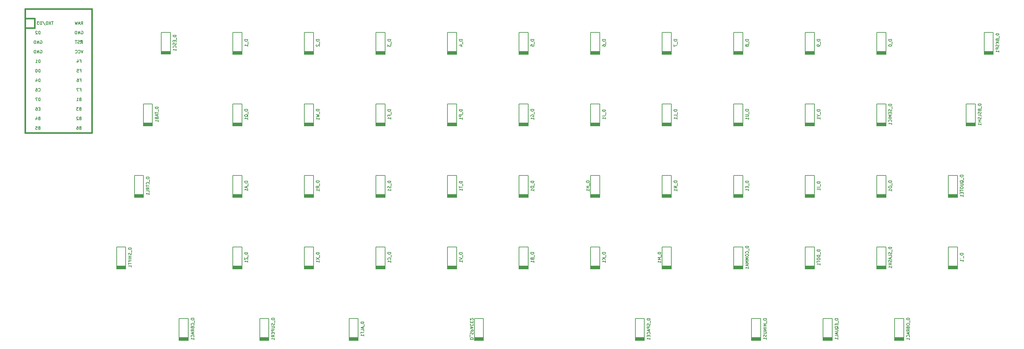
<source format=gbr>
G04 #@! TF.GenerationSoftware,KiCad,Pcbnew,5.1.9-73d0e3b20d~88~ubuntu18.04.1*
G04 #@! TF.CreationDate,2021-03-04T23:03:26-06:00*
G04 #@! TF.ProjectId,keyboard,6b657962-6f61-4726-942e-6b696361645f,rev?*
G04 #@! TF.SameCoordinates,Original*
G04 #@! TF.FileFunction,Legend,Bot*
G04 #@! TF.FilePolarity,Positive*
%FSLAX46Y46*%
G04 Gerber Fmt 4.6, Leading zero omitted, Abs format (unit mm)*
G04 Created by KiCad (PCBNEW 5.1.9-73d0e3b20d~88~ubuntu18.04.1) date 2021-03-04 23:03:26*
%MOMM*%
%LPD*%
G01*
G04 APERTURE LIST*
%ADD10C,0.381000*%
%ADD11C,0.150000*%
%ADD12C,0.200000*%
G04 APERTURE END LIST*
D10*
X65087500Y-48418750D02*
X62547500Y-48418750D01*
X65087500Y-45878750D02*
X65087500Y-48418750D01*
D11*
G36*
X77482135Y-52167780D02*
G01*
X77482135Y-52267780D01*
X77582135Y-52267780D01*
X77582135Y-52167780D01*
X77482135Y-52167780D01*
G37*
X77482135Y-52167780D02*
X77482135Y-52267780D01*
X77582135Y-52267780D01*
X77582135Y-52167780D01*
X77482135Y-52167780D01*
G36*
X77682135Y-51767780D02*
G01*
X77682135Y-52567780D01*
X77782135Y-52567780D01*
X77782135Y-51767780D01*
X77682135Y-51767780D01*
G37*
X77682135Y-51767780D02*
X77682135Y-52567780D01*
X77782135Y-52567780D01*
X77782135Y-51767780D01*
X77682135Y-51767780D01*
G36*
X77282135Y-52367780D02*
G01*
X77282135Y-52567780D01*
X77382135Y-52567780D01*
X77382135Y-52367780D01*
X77282135Y-52367780D01*
G37*
X77282135Y-52367780D02*
X77282135Y-52567780D01*
X77382135Y-52567780D01*
X77382135Y-52367780D01*
X77282135Y-52367780D01*
G36*
X77282135Y-51767780D02*
G01*
X77282135Y-52067780D01*
X77382135Y-52067780D01*
X77382135Y-51767780D01*
X77282135Y-51767780D01*
G37*
X77282135Y-51767780D02*
X77282135Y-52067780D01*
X77382135Y-52067780D01*
X77382135Y-51767780D01*
X77282135Y-51767780D01*
G36*
X77282135Y-51767780D02*
G01*
X77282135Y-51867780D01*
X77782135Y-51867780D01*
X77782135Y-51767780D01*
X77282135Y-51767780D01*
G37*
X77282135Y-51767780D02*
X77282135Y-51867780D01*
X77782135Y-51867780D01*
X77782135Y-51767780D01*
X77282135Y-51767780D01*
D10*
X80327500Y-76358750D02*
X80327500Y-43338750D01*
X62547500Y-76358750D02*
X80327500Y-76358750D01*
X62547500Y-43338750D02*
X62547500Y-76358750D01*
X80327500Y-43338750D02*
X62547500Y-43338750D01*
X65087500Y-45878750D02*
X62547500Y-45878750D01*
D12*
X117862500Y-106737500D02*
X117862500Y-112537500D01*
X120262500Y-106737500D02*
X117862500Y-106737500D01*
X120262500Y-112537500D02*
X120262500Y-106737500D01*
X120262500Y-112462500D02*
X117862500Y-112462500D01*
X120262500Y-112337500D02*
X117862500Y-112337500D01*
X117862500Y-112562500D02*
X120262500Y-112562500D01*
X120262500Y-112162500D02*
X117862500Y-112162500D01*
X120262500Y-111987500D02*
X117862500Y-111987500D01*
X120262500Y-111812500D02*
X117862500Y-111812500D01*
X270262500Y-68637500D02*
X270262500Y-74437500D01*
X272662500Y-68637500D02*
X270262500Y-68637500D01*
X272662500Y-74437500D02*
X272662500Y-68637500D01*
X272662500Y-74362500D02*
X270262500Y-74362500D01*
X272662500Y-74237500D02*
X270262500Y-74237500D01*
X270262500Y-74462500D02*
X272662500Y-74462500D01*
X272662500Y-74062500D02*
X270262500Y-74062500D01*
X272662500Y-73887500D02*
X270262500Y-73887500D01*
X272662500Y-73712500D02*
X270262500Y-73712500D01*
X136912500Y-106737500D02*
X136912500Y-112537500D01*
X139312500Y-106737500D02*
X136912500Y-106737500D01*
X139312500Y-112537500D02*
X139312500Y-106737500D01*
X139312500Y-112462500D02*
X136912500Y-112462500D01*
X139312500Y-112337500D02*
X136912500Y-112337500D01*
X136912500Y-112562500D02*
X139312500Y-112562500D01*
X139312500Y-112162500D02*
X136912500Y-112162500D01*
X139312500Y-111987500D02*
X136912500Y-111987500D01*
X139312500Y-111812500D02*
X136912500Y-111812500D01*
X136912500Y-68650000D02*
X136912500Y-74450000D01*
X139312500Y-68650000D02*
X136912500Y-68650000D01*
X139312500Y-74450000D02*
X139312500Y-68650000D01*
X139312500Y-74375000D02*
X136912500Y-74375000D01*
X139312500Y-74250000D02*
X136912500Y-74250000D01*
X136912500Y-74475000D02*
X139312500Y-74475000D01*
X139312500Y-74075000D02*
X136912500Y-74075000D01*
X139312500Y-73900000D02*
X136912500Y-73900000D01*
X139312500Y-73725000D02*
X136912500Y-73725000D01*
X175012500Y-106737500D02*
X175012500Y-112537500D01*
X177412500Y-106737500D02*
X175012500Y-106737500D01*
X177412500Y-112537500D02*
X177412500Y-106737500D01*
X177412500Y-112462500D02*
X175012500Y-112462500D01*
X177412500Y-112337500D02*
X175012500Y-112337500D01*
X175012500Y-112562500D02*
X177412500Y-112562500D01*
X177412500Y-112162500D02*
X175012500Y-112162500D01*
X177412500Y-111987500D02*
X175012500Y-111987500D01*
X177412500Y-111812500D02*
X175012500Y-111812500D01*
X251212500Y-68637500D02*
X251212500Y-74437500D01*
X253612500Y-68637500D02*
X251212500Y-68637500D01*
X253612500Y-74437500D02*
X253612500Y-68637500D01*
X253612500Y-74362500D02*
X251212500Y-74362500D01*
X253612500Y-74237500D02*
X251212500Y-74237500D01*
X251212500Y-74462500D02*
X253612500Y-74462500D01*
X253612500Y-74062500D02*
X251212500Y-74062500D01*
X253612500Y-73887500D02*
X251212500Y-73887500D01*
X253612500Y-73712500D02*
X251212500Y-73712500D01*
X94050000Y-68637500D02*
X94050000Y-74437500D01*
X96450000Y-68637500D02*
X94050000Y-68637500D01*
X96450000Y-74437500D02*
X96450000Y-68637500D01*
X96450000Y-74362500D02*
X94050000Y-74362500D01*
X96450000Y-74237500D02*
X94050000Y-74237500D01*
X94050000Y-74462500D02*
X96450000Y-74462500D01*
X96450000Y-74062500D02*
X94050000Y-74062500D01*
X96450000Y-73887500D02*
X94050000Y-73887500D01*
X96450000Y-73712500D02*
X94050000Y-73712500D01*
X175012500Y-87687500D02*
X175012500Y-93487500D01*
X177412500Y-87687500D02*
X175012500Y-87687500D01*
X177412500Y-93487500D02*
X177412500Y-87687500D01*
X177412500Y-93412500D02*
X175012500Y-93412500D01*
X177412500Y-93287500D02*
X175012500Y-93287500D01*
X175012500Y-93512500D02*
X177412500Y-93512500D01*
X177412500Y-93112500D02*
X175012500Y-93112500D01*
X177412500Y-92937500D02*
X175012500Y-92937500D01*
X177412500Y-92762500D02*
X175012500Y-92762500D01*
X125006250Y-125787500D02*
X125006250Y-131587500D01*
X127406250Y-125787500D02*
X125006250Y-125787500D01*
X127406250Y-131587500D02*
X127406250Y-125787500D01*
X127406250Y-131512500D02*
X125006250Y-131512500D01*
X127406250Y-131387500D02*
X125006250Y-131387500D01*
X125006250Y-131612500D02*
X127406250Y-131612500D01*
X127406250Y-131212500D02*
X125006250Y-131212500D01*
X127406250Y-131037500D02*
X125006250Y-131037500D01*
X127406250Y-130862500D02*
X125006250Y-130862500D01*
X182156250Y-125787500D02*
X182156250Y-131587500D01*
X184556250Y-125787500D02*
X182156250Y-125787500D01*
X184556250Y-131587500D02*
X184556250Y-125787500D01*
X184556250Y-131512500D02*
X182156250Y-131512500D01*
X184556250Y-131387500D02*
X182156250Y-131387500D01*
X182156250Y-131612500D02*
X184556250Y-131612500D01*
X184556250Y-131212500D02*
X182156250Y-131212500D01*
X184556250Y-131037500D02*
X182156250Y-131037500D01*
X184556250Y-130862500D02*
X182156250Y-130862500D01*
X225018750Y-125800000D02*
X225018750Y-131600000D01*
X227418750Y-125800000D02*
X225018750Y-125800000D01*
X227418750Y-131600000D02*
X227418750Y-125800000D01*
X227418750Y-131525000D02*
X225018750Y-131525000D01*
X227418750Y-131400000D02*
X225018750Y-131400000D01*
X225018750Y-131625000D02*
X227418750Y-131625000D01*
X227418750Y-131225000D02*
X225018750Y-131225000D01*
X227418750Y-131050000D02*
X225018750Y-131050000D01*
X227418750Y-130875000D02*
X225018750Y-130875000D01*
X289312500Y-106750000D02*
X289312500Y-112550000D01*
X291712500Y-106750000D02*
X289312500Y-106750000D01*
X291712500Y-112550000D02*
X291712500Y-106750000D01*
X291712500Y-112475000D02*
X289312500Y-112475000D01*
X291712500Y-112350000D02*
X289312500Y-112350000D01*
X289312500Y-112575000D02*
X291712500Y-112575000D01*
X291712500Y-112175000D02*
X289312500Y-112175000D01*
X291712500Y-112000000D02*
X289312500Y-112000000D01*
X291712500Y-111825000D02*
X289312500Y-111825000D01*
X86906250Y-106737500D02*
X86906250Y-112537500D01*
X89306250Y-106737500D02*
X86906250Y-106737500D01*
X89306250Y-112537500D02*
X89306250Y-106737500D01*
X89306250Y-112462500D02*
X86906250Y-112462500D01*
X89306250Y-112337500D02*
X86906250Y-112337500D01*
X86906250Y-112562500D02*
X89306250Y-112562500D01*
X89306250Y-112162500D02*
X86906250Y-112162500D01*
X89306250Y-111987500D02*
X86906250Y-111987500D01*
X89306250Y-111812500D02*
X86906250Y-111812500D01*
X289312500Y-68637500D02*
X289312500Y-74437500D01*
X291712500Y-68637500D02*
X289312500Y-68637500D01*
X291712500Y-74437500D02*
X291712500Y-68637500D01*
X291712500Y-74362500D02*
X289312500Y-74362500D01*
X291712500Y-74237500D02*
X289312500Y-74237500D01*
X289312500Y-74462500D02*
X291712500Y-74462500D01*
X291712500Y-74062500D02*
X289312500Y-74062500D01*
X291712500Y-73887500D02*
X289312500Y-73887500D01*
X291712500Y-73712500D02*
X289312500Y-73712500D01*
X155962500Y-87700000D02*
X155962500Y-93500000D01*
X158362500Y-87700000D02*
X155962500Y-87700000D01*
X158362500Y-93500000D02*
X158362500Y-87700000D01*
X158362500Y-93425000D02*
X155962500Y-93425000D01*
X158362500Y-93300000D02*
X155962500Y-93300000D01*
X155962500Y-93525000D02*
X158362500Y-93525000D01*
X158362500Y-93125000D02*
X155962500Y-93125000D01*
X158362500Y-92950000D02*
X155962500Y-92950000D01*
X158362500Y-92775000D02*
X155962500Y-92775000D01*
X136912500Y-87687500D02*
X136912500Y-93487500D01*
X139312500Y-87687500D02*
X136912500Y-87687500D01*
X139312500Y-93487500D02*
X139312500Y-87687500D01*
X139312500Y-93412500D02*
X136912500Y-93412500D01*
X139312500Y-93287500D02*
X136912500Y-93287500D01*
X136912500Y-93512500D02*
X139312500Y-93512500D01*
X139312500Y-93112500D02*
X136912500Y-93112500D01*
X139312500Y-92937500D02*
X136912500Y-92937500D01*
X139312500Y-92762500D02*
X136912500Y-92762500D01*
X308362500Y-87687500D02*
X308362500Y-93487500D01*
X310762500Y-87687500D02*
X308362500Y-87687500D01*
X310762500Y-93487500D02*
X310762500Y-87687500D01*
X310762500Y-93412500D02*
X308362500Y-93412500D01*
X310762500Y-93287500D02*
X308362500Y-93287500D01*
X308362500Y-93512500D02*
X310762500Y-93512500D01*
X310762500Y-93112500D02*
X308362500Y-93112500D01*
X310762500Y-92937500D02*
X308362500Y-92937500D01*
X310762500Y-92762500D02*
X308362500Y-92762500D01*
X117862500Y-68637500D02*
X117862500Y-74437500D01*
X120262500Y-68637500D02*
X117862500Y-68637500D01*
X120262500Y-74437500D02*
X120262500Y-68637500D01*
X120262500Y-74362500D02*
X117862500Y-74362500D01*
X120262500Y-74237500D02*
X117862500Y-74237500D01*
X117862500Y-74462500D02*
X120262500Y-74462500D01*
X120262500Y-74062500D02*
X117862500Y-74062500D01*
X120262500Y-73887500D02*
X117862500Y-73887500D01*
X120262500Y-73712500D02*
X117862500Y-73712500D01*
X175012500Y-68650000D02*
X175012500Y-74450000D01*
X177412500Y-68650000D02*
X175012500Y-68650000D01*
X177412500Y-74450000D02*
X177412500Y-68650000D01*
X177412500Y-74375000D02*
X175012500Y-74375000D01*
X177412500Y-74250000D02*
X175012500Y-74250000D01*
X175012500Y-74475000D02*
X177412500Y-74475000D01*
X177412500Y-74075000D02*
X175012500Y-74075000D01*
X177412500Y-73900000D02*
X175012500Y-73900000D01*
X177412500Y-73725000D02*
X175012500Y-73725000D01*
X294075000Y-125787500D02*
X294075000Y-131587500D01*
X296475000Y-125787500D02*
X294075000Y-125787500D01*
X296475000Y-131587500D02*
X296475000Y-125787500D01*
X296475000Y-131512500D02*
X294075000Y-131512500D01*
X296475000Y-131387500D02*
X294075000Y-131387500D01*
X294075000Y-131612500D02*
X296475000Y-131612500D01*
X296475000Y-131212500D02*
X294075000Y-131212500D01*
X296475000Y-131037500D02*
X294075000Y-131037500D01*
X296475000Y-130862500D02*
X294075000Y-130862500D01*
X289312500Y-87687500D02*
X289312500Y-93487500D01*
X291712500Y-87687500D02*
X289312500Y-87687500D01*
X291712500Y-93487500D02*
X291712500Y-87687500D01*
X291712500Y-93412500D02*
X289312500Y-93412500D01*
X291712500Y-93287500D02*
X289312500Y-93287500D01*
X289312500Y-93512500D02*
X291712500Y-93512500D01*
X291712500Y-93112500D02*
X289312500Y-93112500D01*
X291712500Y-92937500D02*
X289312500Y-92937500D01*
X291712500Y-92762500D02*
X289312500Y-92762500D01*
X232162500Y-87687500D02*
X232162500Y-93487500D01*
X234562500Y-87687500D02*
X232162500Y-87687500D01*
X234562500Y-93487500D02*
X234562500Y-87687500D01*
X234562500Y-93412500D02*
X232162500Y-93412500D01*
X234562500Y-93287500D02*
X232162500Y-93287500D01*
X232162500Y-93512500D02*
X234562500Y-93512500D01*
X234562500Y-93112500D02*
X232162500Y-93112500D01*
X234562500Y-92937500D02*
X232162500Y-92937500D01*
X234562500Y-92762500D02*
X232162500Y-92762500D01*
X255975000Y-125787500D02*
X255975000Y-131587500D01*
X258375000Y-125787500D02*
X255975000Y-125787500D01*
X258375000Y-131587500D02*
X258375000Y-125787500D01*
X258375000Y-131512500D02*
X255975000Y-131512500D01*
X258375000Y-131387500D02*
X255975000Y-131387500D01*
X255975000Y-131612500D02*
X258375000Y-131612500D01*
X258375000Y-131212500D02*
X255975000Y-131212500D01*
X258375000Y-131037500D02*
X255975000Y-131037500D01*
X258375000Y-130862500D02*
X255975000Y-130862500D01*
X232162500Y-106737500D02*
X232162500Y-112537500D01*
X234562500Y-106737500D02*
X232162500Y-106737500D01*
X234562500Y-112537500D02*
X234562500Y-106737500D01*
X234562500Y-112462500D02*
X232162500Y-112462500D01*
X234562500Y-112337500D02*
X232162500Y-112337500D01*
X232162500Y-112562500D02*
X234562500Y-112562500D01*
X234562500Y-112162500D02*
X232162500Y-112162500D01*
X234562500Y-111987500D02*
X232162500Y-111987500D01*
X234562500Y-111812500D02*
X232162500Y-111812500D01*
X232162500Y-68637500D02*
X232162500Y-74437500D01*
X234562500Y-68637500D02*
X232162500Y-68637500D01*
X234562500Y-74437500D02*
X234562500Y-68637500D01*
X234562500Y-74362500D02*
X232162500Y-74362500D01*
X234562500Y-74237500D02*
X232162500Y-74237500D01*
X232162500Y-74462500D02*
X234562500Y-74462500D01*
X234562500Y-74062500D02*
X232162500Y-74062500D01*
X234562500Y-73887500D02*
X232162500Y-73887500D01*
X234562500Y-73712500D02*
X232162500Y-73712500D01*
X213112500Y-106737500D02*
X213112500Y-112537500D01*
X215512500Y-106737500D02*
X213112500Y-106737500D01*
X215512500Y-112537500D02*
X215512500Y-106737500D01*
X215512500Y-112462500D02*
X213112500Y-112462500D01*
X215512500Y-112337500D02*
X213112500Y-112337500D01*
X213112500Y-112562500D02*
X215512500Y-112562500D01*
X215512500Y-112162500D02*
X213112500Y-112162500D01*
X215512500Y-111987500D02*
X213112500Y-111987500D01*
X215512500Y-111812500D02*
X213112500Y-111812500D01*
X213112500Y-68650000D02*
X213112500Y-74450000D01*
X215512500Y-68650000D02*
X213112500Y-68650000D01*
X215512500Y-74450000D02*
X215512500Y-68650000D01*
X215512500Y-74375000D02*
X213112500Y-74375000D01*
X215512500Y-74250000D02*
X213112500Y-74250000D01*
X213112500Y-74475000D02*
X215512500Y-74475000D01*
X215512500Y-74075000D02*
X213112500Y-74075000D01*
X215512500Y-73900000D02*
X213112500Y-73900000D01*
X215512500Y-73725000D02*
X213112500Y-73725000D01*
X270262500Y-87687500D02*
X270262500Y-93487500D01*
X272662500Y-87687500D02*
X270262500Y-87687500D01*
X272662500Y-93487500D02*
X272662500Y-87687500D01*
X272662500Y-93412500D02*
X270262500Y-93412500D01*
X272662500Y-93287500D02*
X270262500Y-93287500D01*
X270262500Y-93512500D02*
X272662500Y-93512500D01*
X272662500Y-93112500D02*
X270262500Y-93112500D01*
X272662500Y-92937500D02*
X270262500Y-92937500D01*
X272662500Y-92762500D02*
X270262500Y-92762500D01*
X213112500Y-87687500D02*
X213112500Y-93487500D01*
X215512500Y-87687500D02*
X213112500Y-87687500D01*
X215512500Y-93487500D02*
X215512500Y-87687500D01*
X215512500Y-93412500D02*
X213112500Y-93412500D01*
X215512500Y-93287500D02*
X213112500Y-93287500D01*
X213112500Y-93512500D02*
X215512500Y-93512500D01*
X215512500Y-93112500D02*
X213112500Y-93112500D01*
X215512500Y-92937500D02*
X213112500Y-92937500D01*
X215512500Y-92762500D02*
X213112500Y-92762500D01*
X194062500Y-68637500D02*
X194062500Y-74437500D01*
X196462500Y-68637500D02*
X194062500Y-68637500D01*
X196462500Y-74437500D02*
X196462500Y-68637500D01*
X196462500Y-74362500D02*
X194062500Y-74362500D01*
X196462500Y-74237500D02*
X194062500Y-74237500D01*
X194062500Y-74462500D02*
X196462500Y-74462500D01*
X196462500Y-74062500D02*
X194062500Y-74062500D01*
X196462500Y-73887500D02*
X194062500Y-73887500D01*
X196462500Y-73712500D02*
X194062500Y-73712500D01*
X155962500Y-68637500D02*
X155962500Y-74437500D01*
X158362500Y-68637500D02*
X155962500Y-68637500D01*
X158362500Y-74437500D02*
X158362500Y-68637500D01*
X158362500Y-74362500D02*
X155962500Y-74362500D01*
X158362500Y-74237500D02*
X155962500Y-74237500D01*
X155962500Y-74462500D02*
X158362500Y-74462500D01*
X158362500Y-74062500D02*
X155962500Y-74062500D01*
X158362500Y-73887500D02*
X155962500Y-73887500D01*
X158362500Y-73712500D02*
X155962500Y-73712500D01*
X98812500Y-49575000D02*
X98812500Y-55375000D01*
X101212500Y-49575000D02*
X98812500Y-49575000D01*
X101212500Y-55375000D02*
X101212500Y-49575000D01*
X101212500Y-55300000D02*
X98812500Y-55300000D01*
X101212500Y-55175000D02*
X98812500Y-55175000D01*
X98812500Y-55400000D02*
X101212500Y-55400000D01*
X101212500Y-55000000D02*
X98812500Y-55000000D01*
X101212500Y-54825000D02*
X98812500Y-54825000D01*
X101212500Y-54650000D02*
X98812500Y-54650000D01*
X275025000Y-125787500D02*
X275025000Y-131587500D01*
X277425000Y-125787500D02*
X275025000Y-125787500D01*
X277425000Y-131587500D02*
X277425000Y-125787500D01*
X277425000Y-131512500D02*
X275025000Y-131512500D01*
X277425000Y-131387500D02*
X275025000Y-131387500D01*
X275025000Y-131612500D02*
X277425000Y-131612500D01*
X277425000Y-131212500D02*
X275025000Y-131212500D01*
X277425000Y-131037500D02*
X275025000Y-131037500D01*
X277425000Y-130862500D02*
X275025000Y-130862500D01*
X251212500Y-87687500D02*
X251212500Y-93487500D01*
X253612500Y-87687500D02*
X251212500Y-87687500D01*
X253612500Y-93487500D02*
X253612500Y-87687500D01*
X253612500Y-93412500D02*
X251212500Y-93412500D01*
X253612500Y-93287500D02*
X251212500Y-93287500D01*
X251212500Y-93512500D02*
X253612500Y-93512500D01*
X253612500Y-93112500D02*
X251212500Y-93112500D01*
X253612500Y-92937500D02*
X251212500Y-92937500D01*
X253612500Y-92762500D02*
X251212500Y-92762500D01*
X270262500Y-106737500D02*
X270262500Y-112537500D01*
X272662500Y-106737500D02*
X270262500Y-106737500D01*
X272662500Y-112537500D02*
X272662500Y-106737500D01*
X272662500Y-112462500D02*
X270262500Y-112462500D01*
X272662500Y-112337500D02*
X270262500Y-112337500D01*
X270262500Y-112562500D02*
X272662500Y-112562500D01*
X272662500Y-112162500D02*
X270262500Y-112162500D01*
X272662500Y-111987500D02*
X270262500Y-111987500D01*
X272662500Y-111812500D02*
X270262500Y-111812500D01*
X194062500Y-87700000D02*
X194062500Y-93500000D01*
X196462500Y-87700000D02*
X194062500Y-87700000D01*
X196462500Y-93500000D02*
X196462500Y-87700000D01*
X196462500Y-93425000D02*
X194062500Y-93425000D01*
X196462500Y-93300000D02*
X194062500Y-93300000D01*
X194062500Y-93525000D02*
X196462500Y-93525000D01*
X196462500Y-93125000D02*
X194062500Y-93125000D01*
X196462500Y-92950000D02*
X194062500Y-92950000D01*
X196462500Y-92775000D02*
X194062500Y-92775000D01*
X91668750Y-87687500D02*
X91668750Y-93487500D01*
X94068750Y-87687500D02*
X91668750Y-87687500D01*
X94068750Y-93487500D02*
X94068750Y-87687500D01*
X94068750Y-93412500D02*
X91668750Y-93412500D01*
X94068750Y-93287500D02*
X91668750Y-93287500D01*
X91668750Y-93512500D02*
X94068750Y-93512500D01*
X94068750Y-93112500D02*
X91668750Y-93112500D01*
X94068750Y-92937500D02*
X91668750Y-92937500D01*
X94068750Y-92762500D02*
X91668750Y-92762500D01*
X251212500Y-106737500D02*
X251212500Y-112537500D01*
X253612500Y-106737500D02*
X251212500Y-106737500D01*
X253612500Y-112537500D02*
X253612500Y-106737500D01*
X253612500Y-112462500D02*
X251212500Y-112462500D01*
X253612500Y-112337500D02*
X251212500Y-112337500D01*
X251212500Y-112562500D02*
X253612500Y-112562500D01*
X253612500Y-112162500D02*
X251212500Y-112162500D01*
X253612500Y-111987500D02*
X251212500Y-111987500D01*
X253612500Y-111812500D02*
X251212500Y-111812500D01*
X103575000Y-125787500D02*
X103575000Y-131587500D01*
X105975000Y-125787500D02*
X103575000Y-125787500D01*
X105975000Y-131587500D02*
X105975000Y-125787500D01*
X105975000Y-131512500D02*
X103575000Y-131512500D01*
X105975000Y-131387500D02*
X103575000Y-131387500D01*
X103575000Y-131612500D02*
X105975000Y-131612500D01*
X105975000Y-131212500D02*
X103575000Y-131212500D01*
X105975000Y-131037500D02*
X103575000Y-131037500D01*
X105975000Y-130862500D02*
X103575000Y-130862500D01*
X155962500Y-106737500D02*
X155962500Y-112537500D01*
X158362500Y-106737500D02*
X155962500Y-106737500D01*
X158362500Y-112537500D02*
X158362500Y-106737500D01*
X158362500Y-112462500D02*
X155962500Y-112462500D01*
X158362500Y-112337500D02*
X155962500Y-112337500D01*
X155962500Y-112562500D02*
X158362500Y-112562500D01*
X158362500Y-112162500D02*
X155962500Y-112162500D01*
X158362500Y-111987500D02*
X155962500Y-111987500D01*
X158362500Y-111812500D02*
X155962500Y-111812500D01*
X313125000Y-68637500D02*
X313125000Y-74437500D01*
X315525000Y-68637500D02*
X313125000Y-68637500D01*
X315525000Y-74437500D02*
X315525000Y-68637500D01*
X315525000Y-74362500D02*
X313125000Y-74362500D01*
X315525000Y-74237500D02*
X313125000Y-74237500D01*
X313125000Y-74462500D02*
X315525000Y-74462500D01*
X315525000Y-74062500D02*
X313125000Y-74062500D01*
X315525000Y-73887500D02*
X313125000Y-73887500D01*
X315525000Y-73712500D02*
X313125000Y-73712500D01*
X317887500Y-49587500D02*
X317887500Y-55387500D01*
X320287500Y-49587500D02*
X317887500Y-49587500D01*
X320287500Y-55387500D02*
X320287500Y-49587500D01*
X320287500Y-55312500D02*
X317887500Y-55312500D01*
X320287500Y-55187500D02*
X317887500Y-55187500D01*
X317887500Y-55412500D02*
X320287500Y-55412500D01*
X320287500Y-55012500D02*
X317887500Y-55012500D01*
X320287500Y-54837500D02*
X317887500Y-54837500D01*
X320287500Y-54662500D02*
X317887500Y-54662500D01*
X194062500Y-106737500D02*
X194062500Y-112537500D01*
X196462500Y-106737500D02*
X194062500Y-106737500D01*
X196462500Y-112537500D02*
X196462500Y-106737500D01*
X196462500Y-112462500D02*
X194062500Y-112462500D01*
X196462500Y-112337500D02*
X194062500Y-112337500D01*
X194062500Y-112562500D02*
X196462500Y-112562500D01*
X196462500Y-112162500D02*
X194062500Y-112162500D01*
X196462500Y-111987500D02*
X194062500Y-111987500D01*
X196462500Y-111812500D02*
X194062500Y-111812500D01*
X148818750Y-125787500D02*
X148818750Y-131587500D01*
X151218750Y-125787500D02*
X148818750Y-125787500D01*
X151218750Y-131587500D02*
X151218750Y-125787500D01*
X151218750Y-131512500D02*
X148818750Y-131512500D01*
X151218750Y-131387500D02*
X148818750Y-131387500D01*
X148818750Y-131612500D02*
X151218750Y-131612500D01*
X151218750Y-131212500D02*
X148818750Y-131212500D01*
X151218750Y-131037500D02*
X148818750Y-131037500D01*
X151218750Y-130862500D02*
X148818750Y-130862500D01*
X117862500Y-87687500D02*
X117862500Y-93487500D01*
X120262500Y-87687500D02*
X117862500Y-87687500D01*
X120262500Y-93487500D02*
X120262500Y-87687500D01*
X120262500Y-93412500D02*
X117862500Y-93412500D01*
X120262500Y-93287500D02*
X117862500Y-93287500D01*
X117862500Y-93512500D02*
X120262500Y-93512500D01*
X120262500Y-93112500D02*
X117862500Y-93112500D01*
X120262500Y-92937500D02*
X117862500Y-92937500D01*
X120262500Y-92762500D02*
X117862500Y-92762500D01*
X308362500Y-106737500D02*
X308362500Y-112537500D01*
X310762500Y-106737500D02*
X308362500Y-106737500D01*
X310762500Y-112537500D02*
X310762500Y-106737500D01*
X310762500Y-112462500D02*
X308362500Y-112462500D01*
X310762500Y-112337500D02*
X308362500Y-112337500D01*
X308362500Y-112562500D02*
X310762500Y-112562500D01*
X310762500Y-112162500D02*
X308362500Y-112162500D01*
X310762500Y-111987500D02*
X308362500Y-111987500D01*
X310762500Y-111812500D02*
X308362500Y-111812500D01*
X270262500Y-49587500D02*
X270262500Y-55387500D01*
X272662500Y-49587500D02*
X270262500Y-49587500D01*
X272662500Y-55387500D02*
X272662500Y-49587500D01*
X272662500Y-55312500D02*
X270262500Y-55312500D01*
X272662500Y-55187500D02*
X270262500Y-55187500D01*
X270262500Y-55412500D02*
X272662500Y-55412500D01*
X272662500Y-55012500D02*
X270262500Y-55012500D01*
X272662500Y-54837500D02*
X270262500Y-54837500D01*
X272662500Y-54662500D02*
X270262500Y-54662500D01*
X251212500Y-49587500D02*
X251212500Y-55387500D01*
X253612500Y-49587500D02*
X251212500Y-49587500D01*
X253612500Y-55387500D02*
X253612500Y-49587500D01*
X253612500Y-55312500D02*
X251212500Y-55312500D01*
X253612500Y-55187500D02*
X251212500Y-55187500D01*
X251212500Y-55412500D02*
X253612500Y-55412500D01*
X253612500Y-55012500D02*
X251212500Y-55012500D01*
X253612500Y-54837500D02*
X251212500Y-54837500D01*
X253612500Y-54662500D02*
X251212500Y-54662500D01*
X232162500Y-49587500D02*
X232162500Y-55387500D01*
X234562500Y-49587500D02*
X232162500Y-49587500D01*
X234562500Y-55387500D02*
X234562500Y-49587500D01*
X234562500Y-55312500D02*
X232162500Y-55312500D01*
X234562500Y-55187500D02*
X232162500Y-55187500D01*
X232162500Y-55412500D02*
X234562500Y-55412500D01*
X234562500Y-55012500D02*
X232162500Y-55012500D01*
X234562500Y-54837500D02*
X232162500Y-54837500D01*
X234562500Y-54662500D02*
X232162500Y-54662500D01*
X213112500Y-49587500D02*
X213112500Y-55387500D01*
X215512500Y-49587500D02*
X213112500Y-49587500D01*
X215512500Y-55387500D02*
X215512500Y-49587500D01*
X215512500Y-55312500D02*
X213112500Y-55312500D01*
X215512500Y-55187500D02*
X213112500Y-55187500D01*
X213112500Y-55412500D02*
X215512500Y-55412500D01*
X215512500Y-55012500D02*
X213112500Y-55012500D01*
X215512500Y-54837500D02*
X213112500Y-54837500D01*
X215512500Y-54662500D02*
X213112500Y-54662500D01*
X194062500Y-49587500D02*
X194062500Y-55387500D01*
X196462500Y-49587500D02*
X194062500Y-49587500D01*
X196462500Y-55387500D02*
X196462500Y-49587500D01*
X196462500Y-55312500D02*
X194062500Y-55312500D01*
X196462500Y-55187500D02*
X194062500Y-55187500D01*
X194062500Y-55412500D02*
X196462500Y-55412500D01*
X196462500Y-55012500D02*
X194062500Y-55012500D01*
X196462500Y-54837500D02*
X194062500Y-54837500D01*
X196462500Y-54662500D02*
X194062500Y-54662500D01*
X175012500Y-49587500D02*
X175012500Y-55387500D01*
X177412500Y-49587500D02*
X175012500Y-49587500D01*
X177412500Y-55387500D02*
X177412500Y-49587500D01*
X177412500Y-55312500D02*
X175012500Y-55312500D01*
X177412500Y-55187500D02*
X175012500Y-55187500D01*
X175012500Y-55412500D02*
X177412500Y-55412500D01*
X177412500Y-55012500D02*
X175012500Y-55012500D01*
X177412500Y-54837500D02*
X175012500Y-54837500D01*
X177412500Y-54662500D02*
X175012500Y-54662500D01*
X155962500Y-49587500D02*
X155962500Y-55387500D01*
X158362500Y-49587500D02*
X155962500Y-49587500D01*
X158362500Y-55387500D02*
X158362500Y-49587500D01*
X158362500Y-55312500D02*
X155962500Y-55312500D01*
X158362500Y-55187500D02*
X155962500Y-55187500D01*
X155962500Y-55412500D02*
X158362500Y-55412500D01*
X158362500Y-55012500D02*
X155962500Y-55012500D01*
X158362500Y-54837500D02*
X155962500Y-54837500D01*
X158362500Y-54662500D02*
X155962500Y-54662500D01*
X136912500Y-49587500D02*
X136912500Y-55387500D01*
X139312500Y-49587500D02*
X136912500Y-49587500D01*
X139312500Y-55387500D02*
X139312500Y-49587500D01*
X139312500Y-55312500D02*
X136912500Y-55312500D01*
X139312500Y-55187500D02*
X136912500Y-55187500D01*
X136912500Y-55412500D02*
X139312500Y-55412500D01*
X139312500Y-55012500D02*
X136912500Y-55012500D01*
X139312500Y-54837500D02*
X136912500Y-54837500D01*
X139312500Y-54662500D02*
X136912500Y-54662500D01*
X117862500Y-49587500D02*
X117862500Y-55387500D01*
X120262500Y-49587500D02*
X117862500Y-49587500D01*
X120262500Y-55387500D02*
X120262500Y-49587500D01*
X120262500Y-55312500D02*
X117862500Y-55312500D01*
X120262500Y-55187500D02*
X117862500Y-55187500D01*
X117862500Y-55412500D02*
X120262500Y-55412500D01*
X120262500Y-55012500D02*
X117862500Y-55012500D01*
X120262500Y-54837500D02*
X117862500Y-54837500D01*
X120262500Y-54662500D02*
X117862500Y-54662500D01*
X289312500Y-49587500D02*
X289312500Y-55387500D01*
X291712500Y-49587500D02*
X289312500Y-49587500D01*
X291712500Y-55387500D02*
X291712500Y-49587500D01*
X291712500Y-55312500D02*
X289312500Y-55312500D01*
X291712500Y-55187500D02*
X289312500Y-55187500D01*
X289312500Y-55412500D02*
X291712500Y-55412500D01*
X291712500Y-55012500D02*
X289312500Y-55012500D01*
X291712500Y-54837500D02*
X289312500Y-54837500D01*
X291712500Y-54662500D02*
X289312500Y-54662500D01*
D11*
X66566976Y-50050654D02*
X66566976Y-49250654D01*
X66376500Y-49250654D01*
X66262214Y-49288750D01*
X66186023Y-49364940D01*
X66147928Y-49441130D01*
X66109833Y-49593511D01*
X66109833Y-49707797D01*
X66147928Y-49860178D01*
X66186023Y-49936369D01*
X66262214Y-50012559D01*
X66376500Y-50050654D01*
X66566976Y-50050654D01*
X65805071Y-49326845D02*
X65766976Y-49288750D01*
X65690785Y-49250654D01*
X65500309Y-49250654D01*
X65424119Y-49288750D01*
X65386023Y-49326845D01*
X65347928Y-49403035D01*
X65347928Y-49479226D01*
X65386023Y-49593511D01*
X65843166Y-50050654D01*
X65347928Y-50050654D01*
X66566976Y-60210654D02*
X66566976Y-59410654D01*
X66376500Y-59410654D01*
X66262214Y-59448750D01*
X66186023Y-59524940D01*
X66147928Y-59601130D01*
X66109833Y-59753511D01*
X66109833Y-59867797D01*
X66147928Y-60020178D01*
X66186023Y-60096369D01*
X66262214Y-60172559D01*
X66376500Y-60210654D01*
X66566976Y-60210654D01*
X65614595Y-59410654D02*
X65538404Y-59410654D01*
X65462214Y-59448750D01*
X65424119Y-59486845D01*
X65386023Y-59563035D01*
X65347928Y-59715416D01*
X65347928Y-59905892D01*
X65386023Y-60058273D01*
X65424119Y-60134464D01*
X65462214Y-60172559D01*
X65538404Y-60210654D01*
X65614595Y-60210654D01*
X65690785Y-60172559D01*
X65728880Y-60134464D01*
X65766976Y-60058273D01*
X65805071Y-59905892D01*
X65805071Y-59715416D01*
X65766976Y-59563035D01*
X65728880Y-59486845D01*
X65690785Y-59448750D01*
X65614595Y-59410654D01*
X66566976Y-57670654D02*
X66566976Y-56870654D01*
X66376500Y-56870654D01*
X66262214Y-56908750D01*
X66186023Y-56984940D01*
X66147928Y-57061130D01*
X66109833Y-57213511D01*
X66109833Y-57327797D01*
X66147928Y-57480178D01*
X66186023Y-57556369D01*
X66262214Y-57632559D01*
X66376500Y-57670654D01*
X66566976Y-57670654D01*
X65347928Y-57670654D02*
X65805071Y-57670654D01*
X65576500Y-57670654D02*
X65576500Y-56870654D01*
X65652690Y-56984940D01*
X65728880Y-57061130D01*
X65805071Y-57099226D01*
X66586023Y-54368750D02*
X66662214Y-54330654D01*
X66776500Y-54330654D01*
X66890785Y-54368750D01*
X66966976Y-54444940D01*
X67005071Y-54521130D01*
X67043166Y-54673511D01*
X67043166Y-54787797D01*
X67005071Y-54940178D01*
X66966976Y-55016369D01*
X66890785Y-55092559D01*
X66776500Y-55130654D01*
X66700309Y-55130654D01*
X66586023Y-55092559D01*
X66547928Y-55054464D01*
X66547928Y-54787797D01*
X66700309Y-54787797D01*
X66205071Y-55130654D02*
X66205071Y-54330654D01*
X65747928Y-55130654D01*
X65747928Y-54330654D01*
X65366976Y-55130654D02*
X65366976Y-54330654D01*
X65176500Y-54330654D01*
X65062214Y-54368750D01*
X64986023Y-54444940D01*
X64947928Y-54521130D01*
X64909833Y-54673511D01*
X64909833Y-54787797D01*
X64947928Y-54940178D01*
X64986023Y-55016369D01*
X65062214Y-55092559D01*
X65176500Y-55130654D01*
X65366976Y-55130654D01*
X66586023Y-51828750D02*
X66662214Y-51790654D01*
X66776500Y-51790654D01*
X66890785Y-51828750D01*
X66966976Y-51904940D01*
X67005071Y-51981130D01*
X67043166Y-52133511D01*
X67043166Y-52247797D01*
X67005071Y-52400178D01*
X66966976Y-52476369D01*
X66890785Y-52552559D01*
X66776500Y-52590654D01*
X66700309Y-52590654D01*
X66586023Y-52552559D01*
X66547928Y-52514464D01*
X66547928Y-52247797D01*
X66700309Y-52247797D01*
X66205071Y-52590654D02*
X66205071Y-51790654D01*
X65747928Y-52590654D01*
X65747928Y-51790654D01*
X65366976Y-52590654D02*
X65366976Y-51790654D01*
X65176500Y-51790654D01*
X65062214Y-51828750D01*
X64986023Y-51904940D01*
X64947928Y-51981130D01*
X64909833Y-52133511D01*
X64909833Y-52247797D01*
X64947928Y-52400178D01*
X64986023Y-52476369D01*
X65062214Y-52552559D01*
X65176500Y-52590654D01*
X65366976Y-52590654D01*
X66566976Y-62750654D02*
X66566976Y-61950654D01*
X66376500Y-61950654D01*
X66262214Y-61988750D01*
X66186023Y-62064940D01*
X66147928Y-62141130D01*
X66109833Y-62293511D01*
X66109833Y-62407797D01*
X66147928Y-62560178D01*
X66186023Y-62636369D01*
X66262214Y-62712559D01*
X66376500Y-62750654D01*
X66566976Y-62750654D01*
X65424119Y-62217321D02*
X65424119Y-62750654D01*
X65614595Y-61912559D02*
X65805071Y-62483988D01*
X65309833Y-62483988D01*
X66109833Y-65214464D02*
X66147928Y-65252559D01*
X66262214Y-65290654D01*
X66338404Y-65290654D01*
X66452690Y-65252559D01*
X66528880Y-65176369D01*
X66566976Y-65100178D01*
X66605071Y-64947797D01*
X66605071Y-64833511D01*
X66566976Y-64681130D01*
X66528880Y-64604940D01*
X66452690Y-64528750D01*
X66338404Y-64490654D01*
X66262214Y-64490654D01*
X66147928Y-64528750D01*
X66109833Y-64566845D01*
X65424119Y-64490654D02*
X65576500Y-64490654D01*
X65652690Y-64528750D01*
X65690785Y-64566845D01*
X65766976Y-64681130D01*
X65805071Y-64833511D01*
X65805071Y-65138273D01*
X65766976Y-65214464D01*
X65728880Y-65252559D01*
X65652690Y-65290654D01*
X65500309Y-65290654D01*
X65424119Y-65252559D01*
X65386023Y-65214464D01*
X65347928Y-65138273D01*
X65347928Y-64947797D01*
X65386023Y-64871607D01*
X65424119Y-64833511D01*
X65500309Y-64795416D01*
X65652690Y-64795416D01*
X65728880Y-64833511D01*
X65766976Y-64871607D01*
X65805071Y-64947797D01*
X66566976Y-67830654D02*
X66566976Y-67030654D01*
X66376500Y-67030654D01*
X66262214Y-67068750D01*
X66186023Y-67144940D01*
X66147928Y-67221130D01*
X66109833Y-67373511D01*
X66109833Y-67487797D01*
X66147928Y-67640178D01*
X66186023Y-67716369D01*
X66262214Y-67792559D01*
X66376500Y-67830654D01*
X66566976Y-67830654D01*
X65843166Y-67030654D02*
X65309833Y-67030654D01*
X65652690Y-67830654D01*
X66528880Y-69951607D02*
X66262214Y-69951607D01*
X66147928Y-70370654D02*
X66528880Y-70370654D01*
X66528880Y-69570654D01*
X66147928Y-69570654D01*
X65462214Y-69570654D02*
X65614595Y-69570654D01*
X65690785Y-69608750D01*
X65728880Y-69646845D01*
X65805071Y-69761130D01*
X65843166Y-69913511D01*
X65843166Y-70218273D01*
X65805071Y-70294464D01*
X65766976Y-70332559D01*
X65690785Y-70370654D01*
X65538404Y-70370654D01*
X65462214Y-70332559D01*
X65424119Y-70294464D01*
X65386023Y-70218273D01*
X65386023Y-70027797D01*
X65424119Y-69951607D01*
X65462214Y-69913511D01*
X65538404Y-69875416D01*
X65690785Y-69875416D01*
X65766976Y-69913511D01*
X65805071Y-69951607D01*
X65843166Y-70027797D01*
X66300309Y-72491607D02*
X66186023Y-72529702D01*
X66147928Y-72567797D01*
X66109833Y-72643988D01*
X66109833Y-72758273D01*
X66147928Y-72834464D01*
X66186023Y-72872559D01*
X66262214Y-72910654D01*
X66566976Y-72910654D01*
X66566976Y-72110654D01*
X66300309Y-72110654D01*
X66224119Y-72148750D01*
X66186023Y-72186845D01*
X66147928Y-72263035D01*
X66147928Y-72339226D01*
X66186023Y-72415416D01*
X66224119Y-72453511D01*
X66300309Y-72491607D01*
X66566976Y-72491607D01*
X65424119Y-72377321D02*
X65424119Y-72910654D01*
X65614595Y-72072559D02*
X65805071Y-72643988D01*
X65309833Y-72643988D01*
X66300309Y-75031607D02*
X66186023Y-75069702D01*
X66147928Y-75107797D01*
X66109833Y-75183988D01*
X66109833Y-75298273D01*
X66147928Y-75374464D01*
X66186023Y-75412559D01*
X66262214Y-75450654D01*
X66566976Y-75450654D01*
X66566976Y-74650654D01*
X66300309Y-74650654D01*
X66224119Y-74688750D01*
X66186023Y-74726845D01*
X66147928Y-74803035D01*
X66147928Y-74879226D01*
X66186023Y-74955416D01*
X66224119Y-74993511D01*
X66300309Y-75031607D01*
X66566976Y-75031607D01*
X65386023Y-74650654D02*
X65766976Y-74650654D01*
X65805071Y-75031607D01*
X65766976Y-74993511D01*
X65690785Y-74955416D01*
X65500309Y-74955416D01*
X65424119Y-74993511D01*
X65386023Y-75031607D01*
X65347928Y-75107797D01*
X65347928Y-75298273D01*
X65386023Y-75374464D01*
X65424119Y-75412559D01*
X65500309Y-75450654D01*
X65690785Y-75450654D01*
X65766976Y-75412559D01*
X65805071Y-75374464D01*
X77222309Y-75031607D02*
X77108023Y-75069702D01*
X77069928Y-75107797D01*
X77031833Y-75183988D01*
X77031833Y-75298273D01*
X77069928Y-75374464D01*
X77108023Y-75412559D01*
X77184214Y-75450654D01*
X77488976Y-75450654D01*
X77488976Y-74650654D01*
X77222309Y-74650654D01*
X77146119Y-74688750D01*
X77108023Y-74726845D01*
X77069928Y-74803035D01*
X77069928Y-74879226D01*
X77108023Y-74955416D01*
X77146119Y-74993511D01*
X77222309Y-75031607D01*
X77488976Y-75031607D01*
X76346119Y-74650654D02*
X76498500Y-74650654D01*
X76574690Y-74688750D01*
X76612785Y-74726845D01*
X76688976Y-74841130D01*
X76727071Y-74993511D01*
X76727071Y-75298273D01*
X76688976Y-75374464D01*
X76650880Y-75412559D01*
X76574690Y-75450654D01*
X76422309Y-75450654D01*
X76346119Y-75412559D01*
X76308023Y-75374464D01*
X76269928Y-75298273D01*
X76269928Y-75107797D01*
X76308023Y-75031607D01*
X76346119Y-74993511D01*
X76422309Y-74955416D01*
X76574690Y-74955416D01*
X76650880Y-74993511D01*
X76688976Y-75031607D01*
X76727071Y-75107797D01*
X77222309Y-69951607D02*
X77108023Y-69989702D01*
X77069928Y-70027797D01*
X77031833Y-70103988D01*
X77031833Y-70218273D01*
X77069928Y-70294464D01*
X77108023Y-70332559D01*
X77184214Y-70370654D01*
X77488976Y-70370654D01*
X77488976Y-69570654D01*
X77222309Y-69570654D01*
X77146119Y-69608750D01*
X77108023Y-69646845D01*
X77069928Y-69723035D01*
X77069928Y-69799226D01*
X77108023Y-69875416D01*
X77146119Y-69913511D01*
X77222309Y-69951607D01*
X77488976Y-69951607D01*
X76765166Y-69570654D02*
X76269928Y-69570654D01*
X76536595Y-69875416D01*
X76422309Y-69875416D01*
X76346119Y-69913511D01*
X76308023Y-69951607D01*
X76269928Y-70027797D01*
X76269928Y-70218273D01*
X76308023Y-70294464D01*
X76346119Y-70332559D01*
X76422309Y-70370654D01*
X76650880Y-70370654D01*
X76727071Y-70332559D01*
X76765166Y-70294464D01*
X77222309Y-67411607D02*
X77108023Y-67449702D01*
X77069928Y-67487797D01*
X77031833Y-67563988D01*
X77031833Y-67678273D01*
X77069928Y-67754464D01*
X77108023Y-67792559D01*
X77184214Y-67830654D01*
X77488976Y-67830654D01*
X77488976Y-67030654D01*
X77222309Y-67030654D01*
X77146119Y-67068750D01*
X77108023Y-67106845D01*
X77069928Y-67183035D01*
X77069928Y-67259226D01*
X77108023Y-67335416D01*
X77146119Y-67373511D01*
X77222309Y-67411607D01*
X77488976Y-67411607D01*
X76269928Y-67830654D02*
X76727071Y-67830654D01*
X76498500Y-67830654D02*
X76498500Y-67030654D01*
X76574690Y-67144940D01*
X76650880Y-67221130D01*
X76727071Y-67259226D01*
X77165166Y-57251607D02*
X77431833Y-57251607D01*
X77431833Y-57670654D02*
X77431833Y-56870654D01*
X77050880Y-56870654D01*
X76403261Y-57137321D02*
X76403261Y-57670654D01*
X76593738Y-56832559D02*
X76784214Y-57403988D01*
X76288976Y-57403988D01*
X77965166Y-54330654D02*
X77698500Y-55130654D01*
X77431833Y-54330654D01*
X76708023Y-55054464D02*
X76746119Y-55092559D01*
X76860404Y-55130654D01*
X76936595Y-55130654D01*
X77050880Y-55092559D01*
X77127071Y-55016369D01*
X77165166Y-54940178D01*
X77203261Y-54787797D01*
X77203261Y-54673511D01*
X77165166Y-54521130D01*
X77127071Y-54444940D01*
X77050880Y-54368750D01*
X76936595Y-54330654D01*
X76860404Y-54330654D01*
X76746119Y-54368750D01*
X76708023Y-54406845D01*
X75908023Y-55054464D02*
X75946119Y-55092559D01*
X76060404Y-55130654D01*
X76136595Y-55130654D01*
X76250880Y-55092559D01*
X76327071Y-55016369D01*
X76365166Y-54940178D01*
X76403261Y-54787797D01*
X76403261Y-54673511D01*
X76365166Y-54521130D01*
X76327071Y-54444940D01*
X76250880Y-54368750D01*
X76136595Y-54330654D01*
X76060404Y-54330654D01*
X75946119Y-54368750D01*
X75908023Y-54406845D01*
X77508023Y-49288750D02*
X77584214Y-49250654D01*
X77698500Y-49250654D01*
X77812785Y-49288750D01*
X77888976Y-49364940D01*
X77927071Y-49441130D01*
X77965166Y-49593511D01*
X77965166Y-49707797D01*
X77927071Y-49860178D01*
X77888976Y-49936369D01*
X77812785Y-50012559D01*
X77698500Y-50050654D01*
X77622309Y-50050654D01*
X77508023Y-50012559D01*
X77469928Y-49974464D01*
X77469928Y-49707797D01*
X77622309Y-49707797D01*
X77127071Y-50050654D02*
X77127071Y-49250654D01*
X76669928Y-50050654D01*
X76669928Y-49250654D01*
X76288976Y-50050654D02*
X76288976Y-49250654D01*
X76098500Y-49250654D01*
X75984214Y-49288750D01*
X75908023Y-49364940D01*
X75869928Y-49441130D01*
X75831833Y-49593511D01*
X75831833Y-49707797D01*
X75869928Y-49860178D01*
X75908023Y-49936369D01*
X75984214Y-50012559D01*
X76098500Y-50050654D01*
X76288976Y-50050654D01*
X77450880Y-47510654D02*
X77717547Y-47129702D01*
X77908023Y-47510654D02*
X77908023Y-46710654D01*
X77603261Y-46710654D01*
X77527071Y-46748750D01*
X77488976Y-46786845D01*
X77450880Y-46863035D01*
X77450880Y-46977321D01*
X77488976Y-47053511D01*
X77527071Y-47091607D01*
X77603261Y-47129702D01*
X77908023Y-47129702D01*
X77146119Y-47282083D02*
X76765166Y-47282083D01*
X77222309Y-47510654D02*
X76955642Y-46710654D01*
X76688976Y-47510654D01*
X76498500Y-46710654D02*
X76308023Y-47510654D01*
X76155642Y-46939226D01*
X76003261Y-47510654D01*
X75812785Y-46710654D01*
X77165166Y-59791607D02*
X77431833Y-59791607D01*
X77431833Y-60210654D02*
X77431833Y-59410654D01*
X77050880Y-59410654D01*
X76365166Y-59410654D02*
X76746119Y-59410654D01*
X76784214Y-59791607D01*
X76746119Y-59753511D01*
X76669928Y-59715416D01*
X76479452Y-59715416D01*
X76403261Y-59753511D01*
X76365166Y-59791607D01*
X76327071Y-59867797D01*
X76327071Y-60058273D01*
X76365166Y-60134464D01*
X76403261Y-60172559D01*
X76479452Y-60210654D01*
X76669928Y-60210654D01*
X76746119Y-60172559D01*
X76784214Y-60134464D01*
X77165166Y-62331607D02*
X77431833Y-62331607D01*
X77431833Y-62750654D02*
X77431833Y-61950654D01*
X77050880Y-61950654D01*
X76403261Y-61950654D02*
X76555642Y-61950654D01*
X76631833Y-61988750D01*
X76669928Y-62026845D01*
X76746119Y-62141130D01*
X76784214Y-62293511D01*
X76784214Y-62598273D01*
X76746119Y-62674464D01*
X76708023Y-62712559D01*
X76631833Y-62750654D01*
X76479452Y-62750654D01*
X76403261Y-62712559D01*
X76365166Y-62674464D01*
X76327071Y-62598273D01*
X76327071Y-62407797D01*
X76365166Y-62331607D01*
X76403261Y-62293511D01*
X76479452Y-62255416D01*
X76631833Y-62255416D01*
X76708023Y-62293511D01*
X76746119Y-62331607D01*
X76784214Y-62407797D01*
X77165166Y-64871607D02*
X77431833Y-64871607D01*
X77431833Y-65290654D02*
X77431833Y-64490654D01*
X77050880Y-64490654D01*
X76822309Y-64490654D02*
X76288976Y-64490654D01*
X76631833Y-65290654D01*
X77222309Y-72491607D02*
X77108023Y-72529702D01*
X77069928Y-72567797D01*
X77031833Y-72643988D01*
X77031833Y-72758273D01*
X77069928Y-72834464D01*
X77108023Y-72872559D01*
X77184214Y-72910654D01*
X77488976Y-72910654D01*
X77488976Y-72110654D01*
X77222309Y-72110654D01*
X77146119Y-72148750D01*
X77108023Y-72186845D01*
X77069928Y-72263035D01*
X77069928Y-72339226D01*
X77108023Y-72415416D01*
X77146119Y-72453511D01*
X77222309Y-72491607D01*
X77488976Y-72491607D01*
X76727071Y-72186845D02*
X76688976Y-72148750D01*
X76612785Y-72110654D01*
X76422309Y-72110654D01*
X76346119Y-72148750D01*
X76308023Y-72186845D01*
X76269928Y-72263035D01*
X76269928Y-72339226D01*
X76308023Y-72453511D01*
X76765166Y-72910654D01*
X76269928Y-72910654D01*
X70056104Y-46710654D02*
X69598961Y-46710654D01*
X69827532Y-47510654D02*
X69827532Y-46710654D01*
X69408485Y-46710654D02*
X68875151Y-47510654D01*
X68875151Y-46710654D02*
X69408485Y-47510654D01*
X68418008Y-46710654D02*
X68341818Y-46710654D01*
X68265628Y-46748750D01*
X68227532Y-46786845D01*
X68189437Y-46863035D01*
X68151342Y-47015416D01*
X68151342Y-47205892D01*
X68189437Y-47358273D01*
X68227532Y-47434464D01*
X68265628Y-47472559D01*
X68341818Y-47510654D01*
X68418008Y-47510654D01*
X68494199Y-47472559D01*
X68532294Y-47434464D01*
X68570389Y-47358273D01*
X68608485Y-47205892D01*
X68608485Y-47015416D01*
X68570389Y-46863035D01*
X68532294Y-46786845D01*
X68494199Y-46748750D01*
X68418008Y-46710654D01*
X67237056Y-46672559D02*
X67922770Y-47701130D01*
X66970389Y-47510654D02*
X66970389Y-46710654D01*
X66779913Y-46710654D01*
X66665628Y-46748750D01*
X66589437Y-46824940D01*
X66551342Y-46901130D01*
X66513247Y-47053511D01*
X66513247Y-47167797D01*
X66551342Y-47320178D01*
X66589437Y-47396369D01*
X66665628Y-47472559D01*
X66779913Y-47510654D01*
X66970389Y-47510654D01*
X66246580Y-46710654D02*
X65751342Y-46710654D01*
X66018008Y-47015416D01*
X65903723Y-47015416D01*
X65827532Y-47053511D01*
X65789437Y-47091607D01*
X65751342Y-47167797D01*
X65751342Y-47358273D01*
X65789437Y-47434464D01*
X65827532Y-47472559D01*
X65903723Y-47510654D01*
X66132294Y-47510654D01*
X66208485Y-47472559D01*
X66246580Y-47434464D01*
X77010833Y-52532559D02*
X76896547Y-52570654D01*
X76706071Y-52570654D01*
X76629880Y-52532559D01*
X76591785Y-52494464D01*
X76553690Y-52418273D01*
X76553690Y-52342083D01*
X76591785Y-52265892D01*
X76629880Y-52227797D01*
X76706071Y-52189702D01*
X76858452Y-52151607D01*
X76934642Y-52113511D01*
X76972738Y-52075416D01*
X77010833Y-51999226D01*
X77010833Y-51923035D01*
X76972738Y-51846845D01*
X76934642Y-51808750D01*
X76858452Y-51770654D01*
X76667976Y-51770654D01*
X76553690Y-51808750D01*
X76325119Y-51770654D02*
X75867976Y-51770654D01*
X76096547Y-52570654D02*
X76096547Y-51770654D01*
X121805654Y-108261309D02*
X121005654Y-108261309D01*
X121005654Y-108451785D01*
X121043750Y-108566071D01*
X121119940Y-108642261D01*
X121196130Y-108680357D01*
X121348511Y-108718452D01*
X121462797Y-108718452D01*
X121615178Y-108680357D01*
X121691369Y-108642261D01*
X121767559Y-108566071D01*
X121805654Y-108451785D01*
X121805654Y-108261309D01*
X121881845Y-108870833D02*
X121881845Y-109480357D01*
X121005654Y-109594642D02*
X121005654Y-110127976D01*
X121805654Y-109594642D01*
X121805654Y-110127976D01*
X121805654Y-110851785D02*
X121805654Y-110394642D01*
X121805654Y-110623214D02*
X121005654Y-110623214D01*
X121119940Y-110547023D01*
X121196130Y-110470833D01*
X121234226Y-110394642D01*
X274205654Y-70199404D02*
X273405654Y-70199404D01*
X273405654Y-70389880D01*
X273443750Y-70504166D01*
X273519940Y-70580357D01*
X273596130Y-70618452D01*
X273748511Y-70656547D01*
X273862797Y-70656547D01*
X274015178Y-70618452D01*
X274091369Y-70580357D01*
X274167559Y-70504166D01*
X274205654Y-70389880D01*
X274205654Y-70199404D01*
X274281845Y-70808928D02*
X274281845Y-71418452D01*
X273824702Y-71761309D02*
X274205654Y-71761309D01*
X273405654Y-71494642D02*
X273824702Y-71761309D01*
X273405654Y-72027976D01*
X274205654Y-72713690D02*
X274205654Y-72256547D01*
X274205654Y-72485119D02*
X273405654Y-72485119D01*
X273519940Y-72408928D01*
X273596130Y-72332738D01*
X273634226Y-72256547D01*
X140855654Y-108261309D02*
X140055654Y-108261309D01*
X140055654Y-108451785D01*
X140093750Y-108566071D01*
X140169940Y-108642261D01*
X140246130Y-108680357D01*
X140398511Y-108718452D01*
X140512797Y-108718452D01*
X140665178Y-108680357D01*
X140741369Y-108642261D01*
X140817559Y-108566071D01*
X140855654Y-108451785D01*
X140855654Y-108261309D01*
X140931845Y-108870833D02*
X140931845Y-109480357D01*
X140055654Y-109594642D02*
X140855654Y-110127976D01*
X140055654Y-110127976D02*
X140855654Y-109594642D01*
X140855654Y-110851785D02*
X140855654Y-110394642D01*
X140855654Y-110623214D02*
X140055654Y-110623214D01*
X140169940Y-110547023D01*
X140246130Y-110470833D01*
X140284226Y-110394642D01*
X140855654Y-70097619D02*
X140055654Y-70097619D01*
X140055654Y-70288095D01*
X140093750Y-70402380D01*
X140169940Y-70478571D01*
X140246130Y-70516666D01*
X140398511Y-70554761D01*
X140512797Y-70554761D01*
X140665178Y-70516666D01*
X140741369Y-70478571D01*
X140817559Y-70402380D01*
X140855654Y-70288095D01*
X140855654Y-70097619D01*
X140931845Y-70707142D02*
X140931845Y-71316666D01*
X140055654Y-71430952D02*
X140855654Y-71621428D01*
X140284226Y-71773809D01*
X140855654Y-71926190D01*
X140055654Y-72116666D01*
X140855654Y-72840476D02*
X140855654Y-72383333D01*
X140855654Y-72611904D02*
X140055654Y-72611904D01*
X140169940Y-72535714D01*
X140246130Y-72459523D01*
X140284226Y-72383333D01*
X178955654Y-108299404D02*
X178155654Y-108299404D01*
X178155654Y-108489880D01*
X178193750Y-108604166D01*
X178269940Y-108680357D01*
X178346130Y-108718452D01*
X178498511Y-108756547D01*
X178612797Y-108756547D01*
X178765178Y-108718452D01*
X178841369Y-108680357D01*
X178917559Y-108604166D01*
X178955654Y-108489880D01*
X178955654Y-108299404D01*
X179031845Y-108908928D02*
X179031845Y-109518452D01*
X178155654Y-109594642D02*
X178955654Y-109861309D01*
X178155654Y-110127976D01*
X178955654Y-110813690D02*
X178955654Y-110356547D01*
X178955654Y-110585119D02*
X178155654Y-110585119D01*
X178269940Y-110508928D01*
X178346130Y-110432738D01*
X178384226Y-110356547D01*
X255155654Y-70123214D02*
X254355654Y-70123214D01*
X254355654Y-70313690D01*
X254393750Y-70427976D01*
X254469940Y-70504166D01*
X254546130Y-70542261D01*
X254698511Y-70580357D01*
X254812797Y-70580357D01*
X254965178Y-70542261D01*
X255041369Y-70504166D01*
X255117559Y-70427976D01*
X255155654Y-70313690D01*
X255155654Y-70123214D01*
X255231845Y-70732738D02*
X255231845Y-71342261D01*
X254355654Y-71532738D02*
X255003273Y-71532738D01*
X255079464Y-71570833D01*
X255117559Y-71608928D01*
X255155654Y-71685119D01*
X255155654Y-71837500D01*
X255117559Y-71913690D01*
X255079464Y-71951785D01*
X255003273Y-71989880D01*
X254355654Y-71989880D01*
X255155654Y-72789880D02*
X255155654Y-72332738D01*
X255155654Y-72561309D02*
X254355654Y-72561309D01*
X254469940Y-72485119D01*
X254546130Y-72408928D01*
X254584226Y-72332738D01*
X97993154Y-69494642D02*
X97193154Y-69494642D01*
X97193154Y-69685119D01*
X97231250Y-69799404D01*
X97307440Y-69875595D01*
X97383630Y-69913690D01*
X97536011Y-69951785D01*
X97650297Y-69951785D01*
X97802678Y-69913690D01*
X97878869Y-69875595D01*
X97955059Y-69799404D01*
X97993154Y-69685119D01*
X97993154Y-69494642D01*
X98069345Y-70104166D02*
X98069345Y-70713690D01*
X97193154Y-70789880D02*
X97193154Y-71247023D01*
X97993154Y-71018452D02*
X97193154Y-71018452D01*
X97764583Y-71475595D02*
X97764583Y-71856547D01*
X97993154Y-71399404D02*
X97193154Y-71666071D01*
X97993154Y-71932738D01*
X97574107Y-72466071D02*
X97612202Y-72580357D01*
X97650297Y-72618452D01*
X97726488Y-72656547D01*
X97840773Y-72656547D01*
X97916964Y-72618452D01*
X97955059Y-72580357D01*
X97993154Y-72504166D01*
X97993154Y-72199404D01*
X97193154Y-72199404D01*
X97193154Y-72466071D01*
X97231250Y-72542261D01*
X97269345Y-72580357D01*
X97345535Y-72618452D01*
X97421726Y-72618452D01*
X97497916Y-72580357D01*
X97536011Y-72542261D01*
X97574107Y-72466071D01*
X97574107Y-72199404D01*
X97993154Y-73418452D02*
X97993154Y-72961309D01*
X97993154Y-73189880D02*
X97193154Y-73189880D01*
X97307440Y-73113690D01*
X97383630Y-73037500D01*
X97421726Y-72961309D01*
X178955654Y-89287500D02*
X178155654Y-89287500D01*
X178155654Y-89477976D01*
X178193750Y-89592261D01*
X178269940Y-89668452D01*
X178346130Y-89706547D01*
X178498511Y-89744642D01*
X178612797Y-89744642D01*
X178765178Y-89706547D01*
X178841369Y-89668452D01*
X178917559Y-89592261D01*
X178955654Y-89477976D01*
X178955654Y-89287500D01*
X179031845Y-89897023D02*
X179031845Y-90506547D01*
X178155654Y-90582738D02*
X178155654Y-91039880D01*
X178955654Y-90811309D02*
X178155654Y-90811309D01*
X178955654Y-91725595D02*
X178955654Y-91268452D01*
X178955654Y-91497023D02*
X178155654Y-91497023D01*
X178269940Y-91420833D01*
X178346130Y-91344642D01*
X178384226Y-91268452D01*
X128949404Y-125730357D02*
X128149404Y-125730357D01*
X128149404Y-125920833D01*
X128187500Y-126035119D01*
X128263690Y-126111309D01*
X128339880Y-126149404D01*
X128492261Y-126187500D01*
X128606547Y-126187500D01*
X128758928Y-126149404D01*
X128835119Y-126111309D01*
X128911309Y-126035119D01*
X128949404Y-125920833D01*
X128949404Y-125730357D01*
X129025595Y-126339880D02*
X129025595Y-126949404D01*
X128911309Y-127101785D02*
X128949404Y-127216071D01*
X128949404Y-127406547D01*
X128911309Y-127482738D01*
X128873214Y-127520833D01*
X128797023Y-127558928D01*
X128720833Y-127558928D01*
X128644642Y-127520833D01*
X128606547Y-127482738D01*
X128568452Y-127406547D01*
X128530357Y-127254166D01*
X128492261Y-127177976D01*
X128454166Y-127139880D01*
X128377976Y-127101785D01*
X128301785Y-127101785D01*
X128225595Y-127139880D01*
X128187500Y-127177976D01*
X128149404Y-127254166D01*
X128149404Y-127444642D01*
X128187500Y-127558928D01*
X128149404Y-127901785D02*
X128797023Y-127901785D01*
X128873214Y-127939880D01*
X128911309Y-127977976D01*
X128949404Y-128054166D01*
X128949404Y-128206547D01*
X128911309Y-128282738D01*
X128873214Y-128320833D01*
X128797023Y-128358928D01*
X128149404Y-128358928D01*
X128949404Y-128739880D02*
X128149404Y-128739880D01*
X128149404Y-129044642D01*
X128187500Y-129120833D01*
X128225595Y-129158928D01*
X128301785Y-129197023D01*
X128416071Y-129197023D01*
X128492261Y-129158928D01*
X128530357Y-129120833D01*
X128568452Y-129044642D01*
X128568452Y-128739880D01*
X128530357Y-129539880D02*
X128530357Y-129806547D01*
X128949404Y-129920833D02*
X128949404Y-129539880D01*
X128149404Y-129539880D01*
X128149404Y-129920833D01*
X128949404Y-130720833D02*
X128568452Y-130454166D01*
X128949404Y-130263690D02*
X128149404Y-130263690D01*
X128149404Y-130568452D01*
X128187500Y-130644642D01*
X128225595Y-130682738D01*
X128301785Y-130720833D01*
X128416071Y-130720833D01*
X128492261Y-130682738D01*
X128530357Y-130644642D01*
X128568452Y-130568452D01*
X128568452Y-130263690D01*
X128949404Y-131482738D02*
X128949404Y-131025595D01*
X128949404Y-131254166D02*
X128149404Y-131254166D01*
X128263690Y-131177976D01*
X128339880Y-131101785D01*
X128377976Y-131025595D01*
X181069345Y-131368452D02*
X181869345Y-131368452D01*
X181869345Y-131177976D01*
X181831250Y-131063690D01*
X181755059Y-130987500D01*
X181678869Y-130949404D01*
X181526488Y-130911309D01*
X181412202Y-130911309D01*
X181259821Y-130949404D01*
X181183630Y-130987500D01*
X181107440Y-131063690D01*
X181069345Y-131177976D01*
X181069345Y-131368452D01*
X180993154Y-130758928D02*
X180993154Y-130149404D01*
X181107440Y-129997023D02*
X181069345Y-129882738D01*
X181069345Y-129692261D01*
X181107440Y-129616071D01*
X181145535Y-129577976D01*
X181221726Y-129539880D01*
X181297916Y-129539880D01*
X181374107Y-129577976D01*
X181412202Y-129616071D01*
X181450297Y-129692261D01*
X181488392Y-129844642D01*
X181526488Y-129920833D01*
X181564583Y-129958928D01*
X181640773Y-129997023D01*
X181716964Y-129997023D01*
X181793154Y-129958928D01*
X181831250Y-129920833D01*
X181869345Y-129844642D01*
X181869345Y-129654166D01*
X181831250Y-129539880D01*
X181069345Y-129197023D02*
X181869345Y-129197023D01*
X181869345Y-128892261D01*
X181831250Y-128816071D01*
X181793154Y-128777976D01*
X181716964Y-128739880D01*
X181602678Y-128739880D01*
X181526488Y-128777976D01*
X181488392Y-128816071D01*
X181450297Y-128892261D01*
X181450297Y-129197023D01*
X181297916Y-128435119D02*
X181297916Y-128054166D01*
X181069345Y-128511309D02*
X181869345Y-128244642D01*
X181069345Y-127977976D01*
X181145535Y-127254166D02*
X181107440Y-127292261D01*
X181069345Y-127406547D01*
X181069345Y-127482738D01*
X181107440Y-127597023D01*
X181183630Y-127673214D01*
X181259821Y-127711309D01*
X181412202Y-127749404D01*
X181526488Y-127749404D01*
X181678869Y-127711309D01*
X181755059Y-127673214D01*
X181831250Y-127597023D01*
X181869345Y-127482738D01*
X181869345Y-127406547D01*
X181831250Y-127292261D01*
X181793154Y-127254166D01*
X181488392Y-126911309D02*
X181488392Y-126644642D01*
X181069345Y-126530357D02*
X181069345Y-126911309D01*
X181869345Y-126911309D01*
X181869345Y-126530357D01*
X181793154Y-126225595D02*
X181831250Y-126187500D01*
X181869345Y-126111309D01*
X181869345Y-125920833D01*
X181831250Y-125844642D01*
X181793154Y-125806547D01*
X181716964Y-125768452D01*
X181640773Y-125768452D01*
X181526488Y-125806547D01*
X181069345Y-126263690D01*
X181069345Y-125768452D01*
X228961904Y-125819047D02*
X228161904Y-125819047D01*
X228161904Y-126009523D01*
X228200000Y-126123809D01*
X228276190Y-126200000D01*
X228352380Y-126238095D01*
X228504761Y-126276190D01*
X228619047Y-126276190D01*
X228771428Y-126238095D01*
X228847619Y-126200000D01*
X228923809Y-126123809D01*
X228961904Y-126009523D01*
X228961904Y-125819047D01*
X229038095Y-126428571D02*
X229038095Y-127038095D01*
X228923809Y-127190476D02*
X228961904Y-127304761D01*
X228961904Y-127495238D01*
X228923809Y-127571428D01*
X228885714Y-127609523D01*
X228809523Y-127647619D01*
X228733333Y-127647619D01*
X228657142Y-127609523D01*
X228619047Y-127571428D01*
X228580952Y-127495238D01*
X228542857Y-127342857D01*
X228504761Y-127266666D01*
X228466666Y-127228571D01*
X228390476Y-127190476D01*
X228314285Y-127190476D01*
X228238095Y-127228571D01*
X228200000Y-127266666D01*
X228161904Y-127342857D01*
X228161904Y-127533333D01*
X228200000Y-127647619D01*
X228961904Y-127990476D02*
X228161904Y-127990476D01*
X228161904Y-128295238D01*
X228200000Y-128371428D01*
X228238095Y-128409523D01*
X228314285Y-128447619D01*
X228428571Y-128447619D01*
X228504761Y-128409523D01*
X228542857Y-128371428D01*
X228580952Y-128295238D01*
X228580952Y-127990476D01*
X228733333Y-128752380D02*
X228733333Y-129133333D01*
X228961904Y-128676190D02*
X228161904Y-128942857D01*
X228961904Y-129209523D01*
X228885714Y-129933333D02*
X228923809Y-129895238D01*
X228961904Y-129780952D01*
X228961904Y-129704761D01*
X228923809Y-129590476D01*
X228847619Y-129514285D01*
X228771428Y-129476190D01*
X228619047Y-129438095D01*
X228504761Y-129438095D01*
X228352380Y-129476190D01*
X228276190Y-129514285D01*
X228200000Y-129590476D01*
X228161904Y-129704761D01*
X228161904Y-129780952D01*
X228200000Y-129895238D01*
X228238095Y-129933333D01*
X228542857Y-130276190D02*
X228542857Y-130542857D01*
X228961904Y-130657142D02*
X228961904Y-130276190D01*
X228161904Y-130276190D01*
X228161904Y-130657142D01*
X228961904Y-131419047D02*
X228961904Y-130961904D01*
X228961904Y-131190476D02*
X228161904Y-131190476D01*
X228276190Y-131114285D01*
X228352380Y-131038095D01*
X228390476Y-130961904D01*
X293255654Y-106807142D02*
X292455654Y-106807142D01*
X292455654Y-106997619D01*
X292493750Y-107111904D01*
X292569940Y-107188095D01*
X292646130Y-107226190D01*
X292798511Y-107264285D01*
X292912797Y-107264285D01*
X293065178Y-107226190D01*
X293141369Y-107188095D01*
X293217559Y-107111904D01*
X293255654Y-106997619D01*
X293255654Y-106807142D01*
X293331845Y-107416666D02*
X293331845Y-108026190D01*
X293217559Y-108178571D02*
X293255654Y-108292857D01*
X293255654Y-108483333D01*
X293217559Y-108559523D01*
X293179464Y-108597619D01*
X293103273Y-108635714D01*
X293027083Y-108635714D01*
X292950892Y-108597619D01*
X292912797Y-108559523D01*
X292874702Y-108483333D01*
X292836607Y-108330952D01*
X292798511Y-108254761D01*
X292760416Y-108216666D01*
X292684226Y-108178571D01*
X292608035Y-108178571D01*
X292531845Y-108216666D01*
X292493750Y-108254761D01*
X292455654Y-108330952D01*
X292455654Y-108521428D01*
X292493750Y-108635714D01*
X293255654Y-109359523D02*
X293255654Y-108978571D01*
X292455654Y-108978571D01*
X293027083Y-109588095D02*
X293027083Y-109969047D01*
X293255654Y-109511904D02*
X292455654Y-109778571D01*
X293255654Y-110045238D01*
X293217559Y-110273809D02*
X293255654Y-110388095D01*
X293255654Y-110578571D01*
X293217559Y-110654761D01*
X293179464Y-110692857D01*
X293103273Y-110730952D01*
X293027083Y-110730952D01*
X292950892Y-110692857D01*
X292912797Y-110654761D01*
X292874702Y-110578571D01*
X292836607Y-110426190D01*
X292798511Y-110350000D01*
X292760416Y-110311904D01*
X292684226Y-110273809D01*
X292608035Y-110273809D01*
X292531845Y-110311904D01*
X292493750Y-110350000D01*
X292455654Y-110426190D01*
X292455654Y-110616666D01*
X292493750Y-110730952D01*
X293255654Y-111073809D02*
X292455654Y-111073809D01*
X292836607Y-111073809D02*
X292836607Y-111530952D01*
X293255654Y-111530952D02*
X292455654Y-111530952D01*
X293255654Y-112330952D02*
X293255654Y-111873809D01*
X293255654Y-112102380D02*
X292455654Y-112102380D01*
X292569940Y-112026190D01*
X292646130Y-111950000D01*
X292684226Y-111873809D01*
X90849404Y-107004166D02*
X90049404Y-107004166D01*
X90049404Y-107194642D01*
X90087500Y-107308928D01*
X90163690Y-107385119D01*
X90239880Y-107423214D01*
X90392261Y-107461309D01*
X90506547Y-107461309D01*
X90658928Y-107423214D01*
X90735119Y-107385119D01*
X90811309Y-107308928D01*
X90849404Y-107194642D01*
X90849404Y-107004166D01*
X90925595Y-107613690D02*
X90925595Y-108223214D01*
X90811309Y-108375595D02*
X90849404Y-108489880D01*
X90849404Y-108680357D01*
X90811309Y-108756547D01*
X90773214Y-108794642D01*
X90697023Y-108832738D01*
X90620833Y-108832738D01*
X90544642Y-108794642D01*
X90506547Y-108756547D01*
X90468452Y-108680357D01*
X90430357Y-108527976D01*
X90392261Y-108451785D01*
X90354166Y-108413690D01*
X90277976Y-108375595D01*
X90201785Y-108375595D01*
X90125595Y-108413690D01*
X90087500Y-108451785D01*
X90049404Y-108527976D01*
X90049404Y-108718452D01*
X90087500Y-108832738D01*
X90849404Y-109175595D02*
X90049404Y-109175595D01*
X90430357Y-109175595D02*
X90430357Y-109632738D01*
X90849404Y-109632738D02*
X90049404Y-109632738D01*
X90849404Y-110013690D02*
X90049404Y-110013690D01*
X90430357Y-110661309D02*
X90430357Y-110394642D01*
X90849404Y-110394642D02*
X90049404Y-110394642D01*
X90049404Y-110775595D01*
X90049404Y-110966071D02*
X90049404Y-111423214D01*
X90849404Y-111194642D02*
X90049404Y-111194642D01*
X90849404Y-112108928D02*
X90849404Y-111651785D01*
X90849404Y-111880357D02*
X90049404Y-111880357D01*
X90163690Y-111804166D01*
X90239880Y-111727976D01*
X90277976Y-111651785D01*
X293255654Y-68751785D02*
X292455654Y-68751785D01*
X292455654Y-68942261D01*
X292493750Y-69056547D01*
X292569940Y-69132738D01*
X292646130Y-69170833D01*
X292798511Y-69208928D01*
X292912797Y-69208928D01*
X293065178Y-69170833D01*
X293141369Y-69132738D01*
X293217559Y-69056547D01*
X293255654Y-68942261D01*
X293255654Y-68751785D01*
X293331845Y-69361309D02*
X293331845Y-69970833D01*
X293217559Y-70123214D02*
X293255654Y-70237500D01*
X293255654Y-70427976D01*
X293217559Y-70504166D01*
X293179464Y-70542261D01*
X293103273Y-70580357D01*
X293027083Y-70580357D01*
X292950892Y-70542261D01*
X292912797Y-70504166D01*
X292874702Y-70427976D01*
X292836607Y-70275595D01*
X292798511Y-70199404D01*
X292760416Y-70161309D01*
X292684226Y-70123214D01*
X292608035Y-70123214D01*
X292531845Y-70161309D01*
X292493750Y-70199404D01*
X292455654Y-70275595D01*
X292455654Y-70466071D01*
X292493750Y-70580357D01*
X292836607Y-70923214D02*
X292836607Y-71189880D01*
X293255654Y-71304166D02*
X293255654Y-70923214D01*
X292455654Y-70923214D01*
X292455654Y-71304166D01*
X293255654Y-71647023D02*
X292455654Y-71647023D01*
X293027083Y-71913690D01*
X292455654Y-72180357D01*
X293255654Y-72180357D01*
X293255654Y-72561309D02*
X292455654Y-72561309D01*
X293179464Y-73399404D02*
X293217559Y-73361309D01*
X293255654Y-73247023D01*
X293255654Y-73170833D01*
X293217559Y-73056547D01*
X293141369Y-72980357D01*
X293065178Y-72942261D01*
X292912797Y-72904166D01*
X292798511Y-72904166D01*
X292646130Y-72942261D01*
X292569940Y-72980357D01*
X292493750Y-73056547D01*
X292455654Y-73170833D01*
X292455654Y-73247023D01*
X292493750Y-73361309D01*
X292531845Y-73399404D01*
X293255654Y-74161309D02*
X293255654Y-73704166D01*
X293255654Y-73932738D02*
X292455654Y-73932738D01*
X292569940Y-73856547D01*
X292646130Y-73780357D01*
X292684226Y-73704166D01*
X159905654Y-89223809D02*
X159105654Y-89223809D01*
X159105654Y-89414285D01*
X159143750Y-89528571D01*
X159219940Y-89604761D01*
X159296130Y-89642857D01*
X159448511Y-89680952D01*
X159562797Y-89680952D01*
X159715178Y-89642857D01*
X159791369Y-89604761D01*
X159867559Y-89528571D01*
X159905654Y-89414285D01*
X159905654Y-89223809D01*
X159981845Y-89833333D02*
X159981845Y-90442857D01*
X159867559Y-90595238D02*
X159905654Y-90709523D01*
X159905654Y-90900000D01*
X159867559Y-90976190D01*
X159829464Y-91014285D01*
X159753273Y-91052380D01*
X159677083Y-91052380D01*
X159600892Y-91014285D01*
X159562797Y-90976190D01*
X159524702Y-90900000D01*
X159486607Y-90747619D01*
X159448511Y-90671428D01*
X159410416Y-90633333D01*
X159334226Y-90595238D01*
X159258035Y-90595238D01*
X159181845Y-90633333D01*
X159143750Y-90671428D01*
X159105654Y-90747619D01*
X159105654Y-90938095D01*
X159143750Y-91052380D01*
X159905654Y-91814285D02*
X159905654Y-91357142D01*
X159905654Y-91585714D02*
X159105654Y-91585714D01*
X159219940Y-91509523D01*
X159296130Y-91433333D01*
X159334226Y-91357142D01*
X140855654Y-89192261D02*
X140055654Y-89192261D01*
X140055654Y-89382738D01*
X140093750Y-89497023D01*
X140169940Y-89573214D01*
X140246130Y-89611309D01*
X140398511Y-89649404D01*
X140512797Y-89649404D01*
X140665178Y-89611309D01*
X140741369Y-89573214D01*
X140817559Y-89497023D01*
X140855654Y-89382738D01*
X140855654Y-89192261D01*
X140931845Y-89801785D02*
X140931845Y-90411309D01*
X140855654Y-91058928D02*
X140474702Y-90792261D01*
X140855654Y-90601785D02*
X140055654Y-90601785D01*
X140055654Y-90906547D01*
X140093750Y-90982738D01*
X140131845Y-91020833D01*
X140208035Y-91058928D01*
X140322321Y-91058928D01*
X140398511Y-91020833D01*
X140436607Y-90982738D01*
X140474702Y-90906547D01*
X140474702Y-90601785D01*
X140855654Y-91820833D02*
X140855654Y-91363690D01*
X140855654Y-91592261D02*
X140055654Y-91592261D01*
X140169940Y-91516071D01*
X140246130Y-91439880D01*
X140284226Y-91363690D01*
X312305654Y-87668452D02*
X311505654Y-87668452D01*
X311505654Y-87858928D01*
X311543750Y-87973214D01*
X311619940Y-88049404D01*
X311696130Y-88087500D01*
X311848511Y-88125595D01*
X311962797Y-88125595D01*
X312115178Y-88087500D01*
X312191369Y-88049404D01*
X312267559Y-87973214D01*
X312305654Y-87858928D01*
X312305654Y-87668452D01*
X312381845Y-88277976D02*
X312381845Y-88887500D01*
X312381845Y-89611309D02*
X312343750Y-89535119D01*
X312267559Y-89458928D01*
X312153273Y-89344642D01*
X312115178Y-89268452D01*
X312115178Y-89192261D01*
X312305654Y-89230357D02*
X312267559Y-89154166D01*
X312191369Y-89077976D01*
X312038988Y-89039880D01*
X311772321Y-89039880D01*
X311619940Y-89077976D01*
X311543750Y-89154166D01*
X311505654Y-89230357D01*
X311505654Y-89382738D01*
X311543750Y-89458928D01*
X311619940Y-89535119D01*
X311772321Y-89573214D01*
X312038988Y-89573214D01*
X312191369Y-89535119D01*
X312267559Y-89458928D01*
X312305654Y-89382738D01*
X312305654Y-89230357D01*
X311505654Y-89916071D02*
X312153273Y-89916071D01*
X312229464Y-89954166D01*
X312267559Y-89992261D01*
X312305654Y-90068452D01*
X312305654Y-90220833D01*
X312267559Y-90297023D01*
X312229464Y-90335119D01*
X312153273Y-90373214D01*
X311505654Y-90373214D01*
X311505654Y-90906547D02*
X311505654Y-91058928D01*
X311543750Y-91135119D01*
X311619940Y-91211309D01*
X311772321Y-91249404D01*
X312038988Y-91249404D01*
X312191369Y-91211309D01*
X312267559Y-91135119D01*
X312305654Y-91058928D01*
X312305654Y-90906547D01*
X312267559Y-90830357D01*
X312191369Y-90754166D01*
X312038988Y-90716071D01*
X311772321Y-90716071D01*
X311619940Y-90754166D01*
X311543750Y-90830357D01*
X311505654Y-90906547D01*
X311505654Y-91477976D02*
X311505654Y-91935119D01*
X312305654Y-91706547D02*
X311505654Y-91706547D01*
X311886607Y-92201785D02*
X311886607Y-92468452D01*
X312305654Y-92582738D02*
X312305654Y-92201785D01*
X311505654Y-92201785D01*
X311505654Y-92582738D01*
X312305654Y-93344642D02*
X312305654Y-92887500D01*
X312305654Y-93116071D02*
X311505654Y-93116071D01*
X311619940Y-93039880D01*
X311696130Y-92963690D01*
X311734226Y-92887500D01*
X121805654Y-70123214D02*
X121005654Y-70123214D01*
X121005654Y-70313690D01*
X121043750Y-70427976D01*
X121119940Y-70504166D01*
X121196130Y-70542261D01*
X121348511Y-70580357D01*
X121462797Y-70580357D01*
X121615178Y-70542261D01*
X121691369Y-70504166D01*
X121767559Y-70427976D01*
X121805654Y-70313690D01*
X121805654Y-70123214D01*
X121881845Y-70732738D02*
X121881845Y-71342261D01*
X121881845Y-72066071D02*
X121843750Y-71989880D01*
X121767559Y-71913690D01*
X121653273Y-71799404D01*
X121615178Y-71723214D01*
X121615178Y-71647023D01*
X121805654Y-71685119D02*
X121767559Y-71608928D01*
X121691369Y-71532738D01*
X121538988Y-71494642D01*
X121272321Y-71494642D01*
X121119940Y-71532738D01*
X121043750Y-71608928D01*
X121005654Y-71685119D01*
X121005654Y-71837500D01*
X121043750Y-71913690D01*
X121119940Y-71989880D01*
X121272321Y-72027976D01*
X121538988Y-72027976D01*
X121691369Y-71989880D01*
X121767559Y-71913690D01*
X121805654Y-71837500D01*
X121805654Y-71685119D01*
X121805654Y-72789880D02*
X121805654Y-72332738D01*
X121805654Y-72561309D02*
X121005654Y-72561309D01*
X121119940Y-72485119D01*
X121196130Y-72408928D01*
X121234226Y-72332738D01*
X178955654Y-70154761D02*
X178155654Y-70154761D01*
X178155654Y-70345238D01*
X178193750Y-70459523D01*
X178269940Y-70535714D01*
X178346130Y-70573809D01*
X178498511Y-70611904D01*
X178612797Y-70611904D01*
X178765178Y-70573809D01*
X178841369Y-70535714D01*
X178917559Y-70459523D01*
X178955654Y-70345238D01*
X178955654Y-70154761D01*
X179031845Y-70764285D02*
X179031845Y-71373809D01*
X178955654Y-71564285D02*
X178155654Y-71564285D01*
X178155654Y-71869047D01*
X178193750Y-71945238D01*
X178231845Y-71983333D01*
X178308035Y-72021428D01*
X178422321Y-72021428D01*
X178498511Y-71983333D01*
X178536607Y-71945238D01*
X178574702Y-71869047D01*
X178574702Y-71564285D01*
X178955654Y-72783333D02*
X178955654Y-72326190D01*
X178955654Y-72554761D02*
X178155654Y-72554761D01*
X178269940Y-72478571D01*
X178346130Y-72402380D01*
X178384226Y-72326190D01*
X298018154Y-125730357D02*
X297218154Y-125730357D01*
X297218154Y-125920833D01*
X297256250Y-126035119D01*
X297332440Y-126111309D01*
X297408630Y-126149404D01*
X297561011Y-126187500D01*
X297675297Y-126187500D01*
X297827678Y-126149404D01*
X297903869Y-126111309D01*
X297980059Y-126035119D01*
X298018154Y-125920833D01*
X298018154Y-125730357D01*
X298094345Y-126339880D02*
X298094345Y-126949404D01*
X297218154Y-127292261D02*
X297218154Y-127444642D01*
X297256250Y-127520833D01*
X297332440Y-127597023D01*
X297484821Y-127635119D01*
X297751488Y-127635119D01*
X297903869Y-127597023D01*
X297980059Y-127520833D01*
X298018154Y-127444642D01*
X298018154Y-127292261D01*
X297980059Y-127216071D01*
X297903869Y-127139880D01*
X297751488Y-127101785D01*
X297484821Y-127101785D01*
X297332440Y-127139880D01*
X297256250Y-127216071D01*
X297218154Y-127292261D01*
X297599107Y-128244642D02*
X297637202Y-128358928D01*
X297675297Y-128397023D01*
X297751488Y-128435119D01*
X297865773Y-128435119D01*
X297941964Y-128397023D01*
X297980059Y-128358928D01*
X298018154Y-128282738D01*
X298018154Y-127977976D01*
X297218154Y-127977976D01*
X297218154Y-128244642D01*
X297256250Y-128320833D01*
X297294345Y-128358928D01*
X297370535Y-128397023D01*
X297446726Y-128397023D01*
X297522916Y-128358928D01*
X297561011Y-128320833D01*
X297599107Y-128244642D01*
X297599107Y-127977976D01*
X298018154Y-129235119D02*
X297637202Y-128968452D01*
X298018154Y-128777976D02*
X297218154Y-128777976D01*
X297218154Y-129082738D01*
X297256250Y-129158928D01*
X297294345Y-129197023D01*
X297370535Y-129235119D01*
X297484821Y-129235119D01*
X297561011Y-129197023D01*
X297599107Y-129158928D01*
X297637202Y-129082738D01*
X297637202Y-128777976D01*
X297789583Y-129539880D02*
X297789583Y-129920833D01*
X298018154Y-129463690D02*
X297218154Y-129730357D01*
X298018154Y-129997023D01*
X297941964Y-130720833D02*
X297980059Y-130682738D01*
X298018154Y-130568452D01*
X298018154Y-130492261D01*
X297980059Y-130377976D01*
X297903869Y-130301785D01*
X297827678Y-130263690D01*
X297675297Y-130225595D01*
X297561011Y-130225595D01*
X297408630Y-130263690D01*
X297332440Y-130301785D01*
X297256250Y-130377976D01*
X297218154Y-130492261D01*
X297218154Y-130568452D01*
X297256250Y-130682738D01*
X297294345Y-130720833D01*
X298018154Y-131482738D02*
X298018154Y-131025595D01*
X298018154Y-131254166D02*
X297218154Y-131254166D01*
X297332440Y-131177976D01*
X297408630Y-131101785D01*
X297446726Y-131025595D01*
X293255654Y-89173214D02*
X292455654Y-89173214D01*
X292455654Y-89363690D01*
X292493750Y-89477976D01*
X292569940Y-89554166D01*
X292646130Y-89592261D01*
X292798511Y-89630357D01*
X292912797Y-89630357D01*
X293065178Y-89592261D01*
X293141369Y-89554166D01*
X293217559Y-89477976D01*
X293255654Y-89363690D01*
X293255654Y-89173214D01*
X293331845Y-89782738D02*
X293331845Y-90392261D01*
X292455654Y-90735119D02*
X292455654Y-90887500D01*
X292493750Y-90963690D01*
X292569940Y-91039880D01*
X292722321Y-91077976D01*
X292988988Y-91077976D01*
X293141369Y-91039880D01*
X293217559Y-90963690D01*
X293255654Y-90887500D01*
X293255654Y-90735119D01*
X293217559Y-90658928D01*
X293141369Y-90582738D01*
X292988988Y-90544642D01*
X292722321Y-90544642D01*
X292569940Y-90582738D01*
X292493750Y-90658928D01*
X292455654Y-90735119D01*
X293255654Y-91839880D02*
X293255654Y-91382738D01*
X293255654Y-91611309D02*
X292455654Y-91611309D01*
X292569940Y-91535119D01*
X292646130Y-91458928D01*
X292684226Y-91382738D01*
X236105654Y-89173214D02*
X235305654Y-89173214D01*
X235305654Y-89363690D01*
X235343750Y-89477976D01*
X235419940Y-89554166D01*
X235496130Y-89592261D01*
X235648511Y-89630357D01*
X235762797Y-89630357D01*
X235915178Y-89592261D01*
X235991369Y-89554166D01*
X236067559Y-89477976D01*
X236105654Y-89363690D01*
X236105654Y-89173214D01*
X236181845Y-89782738D02*
X236181845Y-90392261D01*
X236105654Y-90582738D02*
X235305654Y-90582738D01*
X236105654Y-91039880D01*
X235305654Y-91039880D01*
X236105654Y-91839880D02*
X236105654Y-91382738D01*
X236105654Y-91611309D02*
X235305654Y-91611309D01*
X235419940Y-91535119D01*
X235496130Y-91458928D01*
X235534226Y-91382738D01*
X259918154Y-125825595D02*
X259118154Y-125825595D01*
X259118154Y-126016071D01*
X259156250Y-126130357D01*
X259232440Y-126206547D01*
X259308630Y-126244642D01*
X259461011Y-126282738D01*
X259575297Y-126282738D01*
X259727678Y-126244642D01*
X259803869Y-126206547D01*
X259880059Y-126130357D01*
X259918154Y-126016071D01*
X259918154Y-125825595D01*
X259994345Y-126435119D02*
X259994345Y-127044642D01*
X259918154Y-127235119D02*
X259118154Y-127235119D01*
X259689583Y-127501785D01*
X259118154Y-127768452D01*
X259918154Y-127768452D01*
X259918154Y-128149404D02*
X259118154Y-128149404D01*
X259918154Y-128530357D02*
X259118154Y-128530357D01*
X259918154Y-128987500D01*
X259118154Y-128987500D01*
X259118154Y-129368452D02*
X259765773Y-129368452D01*
X259841964Y-129406547D01*
X259880059Y-129444642D01*
X259918154Y-129520833D01*
X259918154Y-129673214D01*
X259880059Y-129749404D01*
X259841964Y-129787500D01*
X259765773Y-129825595D01*
X259118154Y-129825595D01*
X259880059Y-130168452D02*
X259918154Y-130282738D01*
X259918154Y-130473214D01*
X259880059Y-130549404D01*
X259841964Y-130587500D01*
X259765773Y-130625595D01*
X259689583Y-130625595D01*
X259613392Y-130587500D01*
X259575297Y-130549404D01*
X259537202Y-130473214D01*
X259499107Y-130320833D01*
X259461011Y-130244642D01*
X259422916Y-130206547D01*
X259346726Y-130168452D01*
X259270535Y-130168452D01*
X259194345Y-130206547D01*
X259156250Y-130244642D01*
X259118154Y-130320833D01*
X259118154Y-130511309D01*
X259156250Y-130625595D01*
X259918154Y-131387500D02*
X259918154Y-130930357D01*
X259918154Y-131158928D02*
X259118154Y-131158928D01*
X259232440Y-131082738D01*
X259308630Y-131006547D01*
X259346726Y-130930357D01*
X231799404Y-108185119D02*
X230999404Y-108185119D01*
X230999404Y-108375595D01*
X231037500Y-108489880D01*
X231113690Y-108566071D01*
X231189880Y-108604166D01*
X231342261Y-108642261D01*
X231456547Y-108642261D01*
X231608928Y-108604166D01*
X231685119Y-108566071D01*
X231761309Y-108489880D01*
X231799404Y-108375595D01*
X231799404Y-108185119D01*
X231875595Y-108794642D02*
X231875595Y-109404166D01*
X231799404Y-109594642D02*
X230999404Y-109594642D01*
X231570833Y-109861309D01*
X230999404Y-110127976D01*
X231799404Y-110127976D01*
X231799404Y-110927976D02*
X231799404Y-110470833D01*
X231799404Y-110699404D02*
X230999404Y-110699404D01*
X231113690Y-110623214D01*
X231189880Y-110547023D01*
X231227976Y-110470833D01*
X236105654Y-70218452D02*
X235305654Y-70218452D01*
X235305654Y-70408928D01*
X235343750Y-70523214D01*
X235419940Y-70599404D01*
X235496130Y-70637500D01*
X235648511Y-70675595D01*
X235762797Y-70675595D01*
X235915178Y-70637500D01*
X235991369Y-70599404D01*
X236067559Y-70523214D01*
X236105654Y-70408928D01*
X236105654Y-70218452D01*
X236181845Y-70827976D02*
X236181845Y-71437500D01*
X236105654Y-72008928D02*
X236105654Y-71627976D01*
X235305654Y-71627976D01*
X236105654Y-72694642D02*
X236105654Y-72237500D01*
X236105654Y-72466071D02*
X235305654Y-72466071D01*
X235419940Y-72389880D01*
X235496130Y-72313690D01*
X235534226Y-72237500D01*
X217055654Y-108242261D02*
X216255654Y-108242261D01*
X216255654Y-108432738D01*
X216293750Y-108547023D01*
X216369940Y-108623214D01*
X216446130Y-108661309D01*
X216598511Y-108699404D01*
X216712797Y-108699404D01*
X216865178Y-108661309D01*
X216941369Y-108623214D01*
X217017559Y-108547023D01*
X217055654Y-108432738D01*
X217055654Y-108242261D01*
X217131845Y-108851785D02*
X217131845Y-109461309D01*
X217055654Y-109651785D02*
X216255654Y-109651785D01*
X217055654Y-110108928D02*
X216598511Y-109766071D01*
X216255654Y-110108928D02*
X216712797Y-109651785D01*
X217055654Y-110870833D02*
X217055654Y-110413690D01*
X217055654Y-110642261D02*
X216255654Y-110642261D01*
X216369940Y-110566071D01*
X216446130Y-110489880D01*
X216484226Y-110413690D01*
X217055654Y-70237500D02*
X216255654Y-70237500D01*
X216255654Y-70427976D01*
X216293750Y-70542261D01*
X216369940Y-70618452D01*
X216446130Y-70656547D01*
X216598511Y-70694642D01*
X216712797Y-70694642D01*
X216865178Y-70656547D01*
X216941369Y-70618452D01*
X217017559Y-70542261D01*
X217055654Y-70427976D01*
X217055654Y-70237500D01*
X217131845Y-70847023D02*
X217131845Y-71456547D01*
X216255654Y-71875595D02*
X216827083Y-71875595D01*
X216941369Y-71837500D01*
X217017559Y-71761309D01*
X217055654Y-71647023D01*
X217055654Y-71570833D01*
X217055654Y-72675595D02*
X217055654Y-72218452D01*
X217055654Y-72447023D02*
X216255654Y-72447023D01*
X216369940Y-72370833D01*
X216446130Y-72294642D01*
X216484226Y-72218452D01*
X274205654Y-89401785D02*
X273405654Y-89401785D01*
X273405654Y-89592261D01*
X273443750Y-89706547D01*
X273519940Y-89782738D01*
X273596130Y-89820833D01*
X273748511Y-89858928D01*
X273862797Y-89858928D01*
X274015178Y-89820833D01*
X274091369Y-89782738D01*
X274167559Y-89706547D01*
X274205654Y-89592261D01*
X274205654Y-89401785D01*
X274281845Y-90011309D02*
X274281845Y-90620833D01*
X274205654Y-90811309D02*
X273405654Y-90811309D01*
X274205654Y-91611309D02*
X274205654Y-91154166D01*
X274205654Y-91382738D02*
X273405654Y-91382738D01*
X273519940Y-91306547D01*
X273596130Y-91230357D01*
X273634226Y-91154166D01*
X212749404Y-89173214D02*
X211949404Y-89173214D01*
X211949404Y-89363690D01*
X211987500Y-89477976D01*
X212063690Y-89554166D01*
X212139880Y-89592261D01*
X212292261Y-89630357D01*
X212406547Y-89630357D01*
X212558928Y-89592261D01*
X212635119Y-89554166D01*
X212711309Y-89477976D01*
X212749404Y-89363690D01*
X212749404Y-89173214D01*
X212825595Y-89782738D02*
X212825595Y-90392261D01*
X212749404Y-90582738D02*
X211949404Y-90582738D01*
X212330357Y-90582738D02*
X212330357Y-91039880D01*
X212749404Y-91039880D02*
X211949404Y-91039880D01*
X212749404Y-91839880D02*
X212749404Y-91382738D01*
X212749404Y-91611309D02*
X211949404Y-91611309D01*
X212063690Y-91535119D01*
X212139880Y-91458928D01*
X212177976Y-91382738D01*
X198005654Y-70142261D02*
X197205654Y-70142261D01*
X197205654Y-70332738D01*
X197243750Y-70447023D01*
X197319940Y-70523214D01*
X197396130Y-70561309D01*
X197548511Y-70599404D01*
X197662797Y-70599404D01*
X197815178Y-70561309D01*
X197891369Y-70523214D01*
X197967559Y-70447023D01*
X198005654Y-70332738D01*
X198005654Y-70142261D01*
X198081845Y-70751785D02*
X198081845Y-71361309D01*
X197243750Y-71970833D02*
X197205654Y-71894642D01*
X197205654Y-71780357D01*
X197243750Y-71666071D01*
X197319940Y-71589880D01*
X197396130Y-71551785D01*
X197548511Y-71513690D01*
X197662797Y-71513690D01*
X197815178Y-71551785D01*
X197891369Y-71589880D01*
X197967559Y-71666071D01*
X198005654Y-71780357D01*
X198005654Y-71856547D01*
X197967559Y-71970833D01*
X197929464Y-72008928D01*
X197662797Y-72008928D01*
X197662797Y-71856547D01*
X198005654Y-72770833D02*
X198005654Y-72313690D01*
X198005654Y-72542261D02*
X197205654Y-72542261D01*
X197319940Y-72466071D01*
X197396130Y-72389880D01*
X197434226Y-72313690D01*
X159905654Y-70199404D02*
X159105654Y-70199404D01*
X159105654Y-70389880D01*
X159143750Y-70504166D01*
X159219940Y-70580357D01*
X159296130Y-70618452D01*
X159448511Y-70656547D01*
X159562797Y-70656547D01*
X159715178Y-70618452D01*
X159791369Y-70580357D01*
X159867559Y-70504166D01*
X159905654Y-70389880D01*
X159905654Y-70199404D01*
X159981845Y-70808928D02*
X159981845Y-71418452D01*
X159486607Y-71875595D02*
X159486607Y-71608928D01*
X159905654Y-71608928D02*
X159105654Y-71608928D01*
X159105654Y-71989880D01*
X159905654Y-72713690D02*
X159905654Y-72256547D01*
X159905654Y-72485119D02*
X159105654Y-72485119D01*
X159219940Y-72408928D01*
X159296130Y-72332738D01*
X159334226Y-72256547D01*
X102755654Y-50349404D02*
X101955654Y-50349404D01*
X101955654Y-50539880D01*
X101993750Y-50654166D01*
X102069940Y-50730357D01*
X102146130Y-50768452D01*
X102298511Y-50806547D01*
X102412797Y-50806547D01*
X102565178Y-50768452D01*
X102641369Y-50730357D01*
X102717559Y-50654166D01*
X102755654Y-50539880D01*
X102755654Y-50349404D01*
X102831845Y-50958928D02*
X102831845Y-51568452D01*
X102336607Y-51758928D02*
X102336607Y-52025595D01*
X102755654Y-52139880D02*
X102755654Y-51758928D01*
X101955654Y-51758928D01*
X101955654Y-52139880D01*
X102717559Y-52444642D02*
X102755654Y-52558928D01*
X102755654Y-52749404D01*
X102717559Y-52825595D01*
X102679464Y-52863690D01*
X102603273Y-52901785D01*
X102527083Y-52901785D01*
X102450892Y-52863690D01*
X102412797Y-52825595D01*
X102374702Y-52749404D01*
X102336607Y-52597023D01*
X102298511Y-52520833D01*
X102260416Y-52482738D01*
X102184226Y-52444642D01*
X102108035Y-52444642D01*
X102031845Y-52482738D01*
X101993750Y-52520833D01*
X101955654Y-52597023D01*
X101955654Y-52787500D01*
X101993750Y-52901785D01*
X102679464Y-53701785D02*
X102717559Y-53663690D01*
X102755654Y-53549404D01*
X102755654Y-53473214D01*
X102717559Y-53358928D01*
X102641369Y-53282738D01*
X102565178Y-53244642D01*
X102412797Y-53206547D01*
X102298511Y-53206547D01*
X102146130Y-53244642D01*
X102069940Y-53282738D01*
X101993750Y-53358928D01*
X101955654Y-53473214D01*
X101955654Y-53549404D01*
X101993750Y-53663690D01*
X102031845Y-53701785D01*
X102755654Y-54463690D02*
X102755654Y-54006547D01*
X102755654Y-54235119D02*
X101955654Y-54235119D01*
X102069940Y-54158928D01*
X102146130Y-54082738D01*
X102184226Y-54006547D01*
X278968154Y-125825595D02*
X278168154Y-125825595D01*
X278168154Y-126016071D01*
X278206250Y-126130357D01*
X278282440Y-126206547D01*
X278358630Y-126244642D01*
X278511011Y-126282738D01*
X278625297Y-126282738D01*
X278777678Y-126244642D01*
X278853869Y-126206547D01*
X278930059Y-126130357D01*
X278968154Y-126016071D01*
X278968154Y-125825595D01*
X279044345Y-126435119D02*
X279044345Y-127044642D01*
X278549107Y-127235119D02*
X278549107Y-127501785D01*
X278968154Y-127616071D02*
X278968154Y-127235119D01*
X278168154Y-127235119D01*
X278168154Y-127616071D01*
X279044345Y-128492261D02*
X279006250Y-128416071D01*
X278930059Y-128339880D01*
X278815773Y-128225595D01*
X278777678Y-128149404D01*
X278777678Y-128073214D01*
X278968154Y-128111309D02*
X278930059Y-128035119D01*
X278853869Y-127958928D01*
X278701488Y-127920833D01*
X278434821Y-127920833D01*
X278282440Y-127958928D01*
X278206250Y-128035119D01*
X278168154Y-128111309D01*
X278168154Y-128263690D01*
X278206250Y-128339880D01*
X278282440Y-128416071D01*
X278434821Y-128454166D01*
X278701488Y-128454166D01*
X278853869Y-128416071D01*
X278930059Y-128339880D01*
X278968154Y-128263690D01*
X278968154Y-128111309D01*
X278168154Y-128797023D02*
X278815773Y-128797023D01*
X278891964Y-128835119D01*
X278930059Y-128873214D01*
X278968154Y-128949404D01*
X278968154Y-129101785D01*
X278930059Y-129177976D01*
X278891964Y-129216071D01*
X278815773Y-129254166D01*
X278168154Y-129254166D01*
X278739583Y-129597023D02*
X278739583Y-129977976D01*
X278968154Y-129520833D02*
X278168154Y-129787500D01*
X278968154Y-130054166D01*
X278968154Y-130701785D02*
X278968154Y-130320833D01*
X278168154Y-130320833D01*
X278968154Y-131387500D02*
X278968154Y-130930357D01*
X278968154Y-131158928D02*
X278168154Y-131158928D01*
X278282440Y-131082738D01*
X278358630Y-131006547D01*
X278396726Y-130930357D01*
X255155654Y-89230357D02*
X254355654Y-89230357D01*
X254355654Y-89420833D01*
X254393750Y-89535119D01*
X254469940Y-89611309D01*
X254546130Y-89649404D01*
X254698511Y-89687500D01*
X254812797Y-89687500D01*
X254965178Y-89649404D01*
X255041369Y-89611309D01*
X255117559Y-89535119D01*
X255155654Y-89420833D01*
X255155654Y-89230357D01*
X255231845Y-89839880D02*
X255231845Y-90449404D01*
X254736607Y-90639880D02*
X254736607Y-90906547D01*
X255155654Y-91020833D02*
X255155654Y-90639880D01*
X254355654Y-90639880D01*
X254355654Y-91020833D01*
X255155654Y-91782738D02*
X255155654Y-91325595D01*
X255155654Y-91554166D02*
X254355654Y-91554166D01*
X254469940Y-91477976D01*
X254546130Y-91401785D01*
X254584226Y-91325595D01*
X274205654Y-107518452D02*
X273405654Y-107518452D01*
X273405654Y-107708928D01*
X273443750Y-107823214D01*
X273519940Y-107899404D01*
X273596130Y-107937500D01*
X273748511Y-107975595D01*
X273862797Y-107975595D01*
X274015178Y-107937500D01*
X274091369Y-107899404D01*
X274167559Y-107823214D01*
X274205654Y-107708928D01*
X274205654Y-107518452D01*
X274281845Y-108127976D02*
X274281845Y-108737500D01*
X274205654Y-108927976D02*
X273405654Y-108927976D01*
X273405654Y-109118452D01*
X273443750Y-109232738D01*
X273519940Y-109308928D01*
X273596130Y-109347023D01*
X273748511Y-109385119D01*
X273862797Y-109385119D01*
X274015178Y-109347023D01*
X274091369Y-109308928D01*
X274167559Y-109232738D01*
X274205654Y-109118452D01*
X274205654Y-108927976D01*
X273405654Y-109880357D02*
X273405654Y-110032738D01*
X273443750Y-110108928D01*
X273519940Y-110185119D01*
X273672321Y-110223214D01*
X273938988Y-110223214D01*
X274091369Y-110185119D01*
X274167559Y-110108928D01*
X274205654Y-110032738D01*
X274205654Y-109880357D01*
X274167559Y-109804166D01*
X274091369Y-109727976D01*
X273938988Y-109689880D01*
X273672321Y-109689880D01*
X273519940Y-109727976D01*
X273443750Y-109804166D01*
X273405654Y-109880357D01*
X273405654Y-110451785D02*
X273405654Y-110908928D01*
X274205654Y-110680357D02*
X273405654Y-110680357D01*
X274205654Y-111594642D02*
X274205654Y-111137500D01*
X274205654Y-111366071D02*
X273405654Y-111366071D01*
X273519940Y-111289880D01*
X273596130Y-111213690D01*
X273634226Y-111137500D01*
X198005654Y-89204761D02*
X197205654Y-89204761D01*
X197205654Y-89395238D01*
X197243750Y-89509523D01*
X197319940Y-89585714D01*
X197396130Y-89623809D01*
X197548511Y-89661904D01*
X197662797Y-89661904D01*
X197815178Y-89623809D01*
X197891369Y-89585714D01*
X197967559Y-89509523D01*
X198005654Y-89395238D01*
X198005654Y-89204761D01*
X198081845Y-89814285D02*
X198081845Y-90423809D01*
X198005654Y-90614285D02*
X197205654Y-90614285D01*
X197205654Y-90804761D01*
X197243750Y-90919047D01*
X197319940Y-90995238D01*
X197396130Y-91033333D01*
X197548511Y-91071428D01*
X197662797Y-91071428D01*
X197815178Y-91033333D01*
X197891369Y-90995238D01*
X197967559Y-90919047D01*
X198005654Y-90804761D01*
X198005654Y-90614285D01*
X198005654Y-91833333D02*
X198005654Y-91376190D01*
X198005654Y-91604761D02*
X197205654Y-91604761D01*
X197319940Y-91528571D01*
X197396130Y-91452380D01*
X197434226Y-91376190D01*
X95611904Y-88163690D02*
X94811904Y-88163690D01*
X94811904Y-88354166D01*
X94850000Y-88468452D01*
X94926190Y-88544642D01*
X95002380Y-88582738D01*
X95154761Y-88620833D01*
X95269047Y-88620833D01*
X95421428Y-88582738D01*
X95497619Y-88544642D01*
X95573809Y-88468452D01*
X95611904Y-88354166D01*
X95611904Y-88163690D01*
X95688095Y-88773214D02*
X95688095Y-89382738D01*
X95535714Y-90030357D02*
X95573809Y-89992261D01*
X95611904Y-89877976D01*
X95611904Y-89801785D01*
X95573809Y-89687500D01*
X95497619Y-89611309D01*
X95421428Y-89573214D01*
X95269047Y-89535119D01*
X95154761Y-89535119D01*
X95002380Y-89573214D01*
X94926190Y-89611309D01*
X94850000Y-89687500D01*
X94811904Y-89801785D01*
X94811904Y-89877976D01*
X94850000Y-89992261D01*
X94888095Y-90030357D01*
X94811904Y-90258928D02*
X94811904Y-90716071D01*
X95611904Y-90487500D02*
X94811904Y-90487500D01*
X95611904Y-91439880D02*
X95230952Y-91173214D01*
X95611904Y-90982738D02*
X94811904Y-90982738D01*
X94811904Y-91287500D01*
X94850000Y-91363690D01*
X94888095Y-91401785D01*
X94964285Y-91439880D01*
X95078571Y-91439880D01*
X95154761Y-91401785D01*
X95192857Y-91363690D01*
X95230952Y-91287500D01*
X95230952Y-90982738D01*
X95611904Y-92163690D02*
X95611904Y-91782738D01*
X94811904Y-91782738D01*
X95611904Y-92849404D02*
X95611904Y-92392261D01*
X95611904Y-92620833D02*
X94811904Y-92620833D01*
X94926190Y-92544642D01*
X95002380Y-92468452D01*
X95040476Y-92392261D01*
X255155654Y-106566071D02*
X254355654Y-106566071D01*
X254355654Y-106756547D01*
X254393750Y-106870833D01*
X254469940Y-106947023D01*
X254546130Y-106985119D01*
X254698511Y-107023214D01*
X254812797Y-107023214D01*
X254965178Y-106985119D01*
X255041369Y-106947023D01*
X255117559Y-106870833D01*
X255155654Y-106756547D01*
X255155654Y-106566071D01*
X255231845Y-107175595D02*
X255231845Y-107785119D01*
X255079464Y-108432738D02*
X255117559Y-108394642D01*
X255155654Y-108280357D01*
X255155654Y-108204166D01*
X255117559Y-108089880D01*
X255041369Y-108013690D01*
X254965178Y-107975595D01*
X254812797Y-107937500D01*
X254698511Y-107937500D01*
X254546130Y-107975595D01*
X254469940Y-108013690D01*
X254393750Y-108089880D01*
X254355654Y-108204166D01*
X254355654Y-108280357D01*
X254393750Y-108394642D01*
X254431845Y-108432738D01*
X254355654Y-108927976D02*
X254355654Y-109080357D01*
X254393750Y-109156547D01*
X254469940Y-109232738D01*
X254622321Y-109270833D01*
X254888988Y-109270833D01*
X255041369Y-109232738D01*
X255117559Y-109156547D01*
X255155654Y-109080357D01*
X255155654Y-108927976D01*
X255117559Y-108851785D01*
X255041369Y-108775595D01*
X254888988Y-108737500D01*
X254622321Y-108737500D01*
X254469940Y-108775595D01*
X254393750Y-108851785D01*
X254355654Y-108927976D01*
X255155654Y-109613690D02*
X254355654Y-109613690D01*
X254927083Y-109880357D01*
X254355654Y-110147023D01*
X255155654Y-110147023D01*
X255155654Y-110527976D02*
X254355654Y-110527976D01*
X254927083Y-110794642D01*
X254355654Y-111061309D01*
X255155654Y-111061309D01*
X254927083Y-111404166D02*
X254927083Y-111785119D01*
X255155654Y-111327976D02*
X254355654Y-111594642D01*
X255155654Y-111861309D01*
X255155654Y-112547023D02*
X255155654Y-112089880D01*
X255155654Y-112318452D02*
X254355654Y-112318452D01*
X254469940Y-112242261D01*
X254546130Y-112166071D01*
X254584226Y-112089880D01*
X107518154Y-125749404D02*
X106718154Y-125749404D01*
X106718154Y-125939880D01*
X106756250Y-126054166D01*
X106832440Y-126130357D01*
X106908630Y-126168452D01*
X107061011Y-126206547D01*
X107175297Y-126206547D01*
X107327678Y-126168452D01*
X107403869Y-126130357D01*
X107480059Y-126054166D01*
X107518154Y-125939880D01*
X107518154Y-125749404D01*
X107594345Y-126358928D02*
X107594345Y-126968452D01*
X107441964Y-127616071D02*
X107480059Y-127577976D01*
X107518154Y-127463690D01*
X107518154Y-127387500D01*
X107480059Y-127273214D01*
X107403869Y-127197023D01*
X107327678Y-127158928D01*
X107175297Y-127120833D01*
X107061011Y-127120833D01*
X106908630Y-127158928D01*
X106832440Y-127197023D01*
X106756250Y-127273214D01*
X106718154Y-127387500D01*
X106718154Y-127463690D01*
X106756250Y-127577976D01*
X106794345Y-127616071D01*
X107099107Y-128225595D02*
X107137202Y-128339880D01*
X107175297Y-128377976D01*
X107251488Y-128416071D01*
X107365773Y-128416071D01*
X107441964Y-128377976D01*
X107480059Y-128339880D01*
X107518154Y-128263690D01*
X107518154Y-127958928D01*
X106718154Y-127958928D01*
X106718154Y-128225595D01*
X106756250Y-128301785D01*
X106794345Y-128339880D01*
X106870535Y-128377976D01*
X106946726Y-128377976D01*
X107022916Y-128339880D01*
X107061011Y-128301785D01*
X107099107Y-128225595D01*
X107099107Y-127958928D01*
X107518154Y-129216071D02*
X107137202Y-128949404D01*
X107518154Y-128758928D02*
X106718154Y-128758928D01*
X106718154Y-129063690D01*
X106756250Y-129139880D01*
X106794345Y-129177976D01*
X106870535Y-129216071D01*
X106984821Y-129216071D01*
X107061011Y-129177976D01*
X107099107Y-129139880D01*
X107137202Y-129063690D01*
X107137202Y-128758928D01*
X107289583Y-129520833D02*
X107289583Y-129901785D01*
X107518154Y-129444642D02*
X106718154Y-129711309D01*
X107518154Y-129977976D01*
X107441964Y-130701785D02*
X107480059Y-130663690D01*
X107518154Y-130549404D01*
X107518154Y-130473214D01*
X107480059Y-130358928D01*
X107403869Y-130282738D01*
X107327678Y-130244642D01*
X107175297Y-130206547D01*
X107061011Y-130206547D01*
X106908630Y-130244642D01*
X106832440Y-130282738D01*
X106756250Y-130358928D01*
X106718154Y-130473214D01*
X106718154Y-130549404D01*
X106756250Y-130663690D01*
X106794345Y-130701785D01*
X107518154Y-131463690D02*
X107518154Y-131006547D01*
X107518154Y-131235119D02*
X106718154Y-131235119D01*
X106832440Y-131158928D01*
X106908630Y-131082738D01*
X106946726Y-131006547D01*
X159905654Y-108242261D02*
X159105654Y-108242261D01*
X159105654Y-108432738D01*
X159143750Y-108547023D01*
X159219940Y-108623214D01*
X159296130Y-108661309D01*
X159448511Y-108699404D01*
X159562797Y-108699404D01*
X159715178Y-108661309D01*
X159791369Y-108623214D01*
X159867559Y-108547023D01*
X159905654Y-108432738D01*
X159905654Y-108242261D01*
X159981845Y-108851785D02*
X159981845Y-109461309D01*
X159829464Y-110108928D02*
X159867559Y-110070833D01*
X159905654Y-109956547D01*
X159905654Y-109880357D01*
X159867559Y-109766071D01*
X159791369Y-109689880D01*
X159715178Y-109651785D01*
X159562797Y-109613690D01*
X159448511Y-109613690D01*
X159296130Y-109651785D01*
X159219940Y-109689880D01*
X159143750Y-109766071D01*
X159105654Y-109880357D01*
X159105654Y-109956547D01*
X159143750Y-110070833D01*
X159181845Y-110108928D01*
X159905654Y-110870833D02*
X159905654Y-110413690D01*
X159905654Y-110642261D02*
X159105654Y-110642261D01*
X159219940Y-110566071D01*
X159296130Y-110489880D01*
X159334226Y-110413690D01*
X317068154Y-68637500D02*
X316268154Y-68637500D01*
X316268154Y-68827976D01*
X316306250Y-68942261D01*
X316382440Y-69018452D01*
X316458630Y-69056547D01*
X316611011Y-69094642D01*
X316725297Y-69094642D01*
X316877678Y-69056547D01*
X316953869Y-69018452D01*
X317030059Y-68942261D01*
X317068154Y-68827976D01*
X317068154Y-68637500D01*
X317144345Y-69247023D02*
X317144345Y-69856547D01*
X316649107Y-70313690D02*
X316687202Y-70427976D01*
X316725297Y-70466071D01*
X316801488Y-70504166D01*
X316915773Y-70504166D01*
X316991964Y-70466071D01*
X317030059Y-70427976D01*
X317068154Y-70351785D01*
X317068154Y-70047023D01*
X316268154Y-70047023D01*
X316268154Y-70313690D01*
X316306250Y-70389880D01*
X316344345Y-70427976D01*
X316420535Y-70466071D01*
X316496726Y-70466071D01*
X316572916Y-70427976D01*
X316611011Y-70389880D01*
X316649107Y-70313690D01*
X316649107Y-70047023D01*
X317030059Y-70808928D02*
X317068154Y-70923214D01*
X317068154Y-71113690D01*
X317030059Y-71189880D01*
X316991964Y-71227976D01*
X316915773Y-71266071D01*
X316839583Y-71266071D01*
X316763392Y-71227976D01*
X316725297Y-71189880D01*
X316687202Y-71113690D01*
X316649107Y-70961309D01*
X316611011Y-70885119D01*
X316572916Y-70847023D01*
X316496726Y-70808928D01*
X316420535Y-70808928D01*
X316344345Y-70847023D01*
X316306250Y-70885119D01*
X316268154Y-70961309D01*
X316268154Y-71151785D01*
X316306250Y-71266071D01*
X317068154Y-71989880D02*
X317068154Y-71608928D01*
X316268154Y-71608928D01*
X317030059Y-72218452D02*
X317068154Y-72332738D01*
X317068154Y-72523214D01*
X317030059Y-72599404D01*
X316991964Y-72637500D01*
X316915773Y-72675595D01*
X316839583Y-72675595D01*
X316763392Y-72637500D01*
X316725297Y-72599404D01*
X316687202Y-72523214D01*
X316649107Y-72370833D01*
X316611011Y-72294642D01*
X316572916Y-72256547D01*
X316496726Y-72218452D01*
X316420535Y-72218452D01*
X316344345Y-72256547D01*
X316306250Y-72294642D01*
X316268154Y-72370833D01*
X316268154Y-72561309D01*
X316306250Y-72675595D01*
X317068154Y-73018452D02*
X316268154Y-73018452D01*
X316649107Y-73018452D02*
X316649107Y-73475595D01*
X317068154Y-73475595D02*
X316268154Y-73475595D01*
X317068154Y-74275595D02*
X317068154Y-73818452D01*
X317068154Y-74047023D02*
X316268154Y-74047023D01*
X316382440Y-73970833D01*
X316458630Y-73894642D01*
X316496726Y-73818452D01*
X321830654Y-49911309D02*
X321030654Y-49911309D01*
X321030654Y-50101785D01*
X321068750Y-50216071D01*
X321144940Y-50292261D01*
X321221130Y-50330357D01*
X321373511Y-50368452D01*
X321487797Y-50368452D01*
X321640178Y-50330357D01*
X321716369Y-50292261D01*
X321792559Y-50216071D01*
X321830654Y-50101785D01*
X321830654Y-49911309D01*
X321906845Y-50520833D02*
X321906845Y-51130357D01*
X321411607Y-51587500D02*
X321449702Y-51701785D01*
X321487797Y-51739880D01*
X321563988Y-51777976D01*
X321678273Y-51777976D01*
X321754464Y-51739880D01*
X321792559Y-51701785D01*
X321830654Y-51625595D01*
X321830654Y-51320833D01*
X321030654Y-51320833D01*
X321030654Y-51587500D01*
X321068750Y-51663690D01*
X321106845Y-51701785D01*
X321183035Y-51739880D01*
X321259226Y-51739880D01*
X321335416Y-51701785D01*
X321373511Y-51663690D01*
X321411607Y-51587500D01*
X321411607Y-51320833D01*
X321830654Y-52120833D02*
X321030654Y-52120833D01*
X321830654Y-52577976D02*
X321373511Y-52235119D01*
X321030654Y-52577976D02*
X321487797Y-52120833D01*
X321792559Y-52882738D02*
X321830654Y-52997023D01*
X321830654Y-53187500D01*
X321792559Y-53263690D01*
X321754464Y-53301785D01*
X321678273Y-53339880D01*
X321602083Y-53339880D01*
X321525892Y-53301785D01*
X321487797Y-53263690D01*
X321449702Y-53187500D01*
X321411607Y-53035119D01*
X321373511Y-52958928D01*
X321335416Y-52920833D01*
X321259226Y-52882738D01*
X321183035Y-52882738D01*
X321106845Y-52920833D01*
X321068750Y-52958928D01*
X321030654Y-53035119D01*
X321030654Y-53225595D01*
X321068750Y-53339880D01*
X321830654Y-53682738D02*
X321030654Y-53682738D01*
X321030654Y-53987500D01*
X321068750Y-54063690D01*
X321106845Y-54101785D01*
X321183035Y-54139880D01*
X321297321Y-54139880D01*
X321373511Y-54101785D01*
X321411607Y-54063690D01*
X321449702Y-53987500D01*
X321449702Y-53682738D01*
X321830654Y-54901785D02*
X321830654Y-54444642D01*
X321830654Y-54673214D02*
X321030654Y-54673214D01*
X321144940Y-54597023D01*
X321221130Y-54520833D01*
X321259226Y-54444642D01*
X198005654Y-108242261D02*
X197205654Y-108242261D01*
X197205654Y-108432738D01*
X197243750Y-108547023D01*
X197319940Y-108623214D01*
X197396130Y-108661309D01*
X197548511Y-108699404D01*
X197662797Y-108699404D01*
X197815178Y-108661309D01*
X197891369Y-108623214D01*
X197967559Y-108547023D01*
X198005654Y-108432738D01*
X198005654Y-108242261D01*
X198081845Y-108851785D02*
X198081845Y-109461309D01*
X197586607Y-109918452D02*
X197624702Y-110032738D01*
X197662797Y-110070833D01*
X197738988Y-110108928D01*
X197853273Y-110108928D01*
X197929464Y-110070833D01*
X197967559Y-110032738D01*
X198005654Y-109956547D01*
X198005654Y-109651785D01*
X197205654Y-109651785D01*
X197205654Y-109918452D01*
X197243750Y-109994642D01*
X197281845Y-110032738D01*
X197358035Y-110070833D01*
X197434226Y-110070833D01*
X197510416Y-110032738D01*
X197548511Y-109994642D01*
X197586607Y-109918452D01*
X197586607Y-109651785D01*
X198005654Y-110870833D02*
X198005654Y-110413690D01*
X198005654Y-110642261D02*
X197205654Y-110642261D01*
X197319940Y-110566071D01*
X197396130Y-110489880D01*
X197434226Y-110413690D01*
X152761904Y-126720833D02*
X151961904Y-126720833D01*
X151961904Y-126911309D01*
X152000000Y-127025595D01*
X152076190Y-127101785D01*
X152152380Y-127139880D01*
X152304761Y-127177976D01*
X152419047Y-127177976D01*
X152571428Y-127139880D01*
X152647619Y-127101785D01*
X152723809Y-127025595D01*
X152761904Y-126911309D01*
X152761904Y-126720833D01*
X152838095Y-127330357D02*
X152838095Y-127939880D01*
X152533333Y-128092261D02*
X152533333Y-128473214D01*
X152761904Y-128016071D02*
X151961904Y-128282738D01*
X152761904Y-128549404D01*
X152761904Y-129197023D02*
X152761904Y-128816071D01*
X151961904Y-128816071D01*
X151961904Y-129349404D02*
X151961904Y-129806547D01*
X152761904Y-129577976D02*
X151961904Y-129577976D01*
X152761904Y-130492261D02*
X152761904Y-130035119D01*
X152761904Y-130263690D02*
X151961904Y-130263690D01*
X152076190Y-130187500D01*
X152152380Y-130111309D01*
X152190476Y-130035119D01*
X121805654Y-89249404D02*
X121005654Y-89249404D01*
X121005654Y-89439880D01*
X121043750Y-89554166D01*
X121119940Y-89630357D01*
X121196130Y-89668452D01*
X121348511Y-89706547D01*
X121462797Y-89706547D01*
X121615178Y-89668452D01*
X121691369Y-89630357D01*
X121767559Y-89554166D01*
X121805654Y-89439880D01*
X121805654Y-89249404D01*
X121881845Y-89858928D02*
X121881845Y-90468452D01*
X121577083Y-90620833D02*
X121577083Y-91001785D01*
X121805654Y-90544642D02*
X121005654Y-90811309D01*
X121805654Y-91077976D01*
X121805654Y-91763690D02*
X121805654Y-91306547D01*
X121805654Y-91535119D02*
X121005654Y-91535119D01*
X121119940Y-91458928D01*
X121196130Y-91382738D01*
X121234226Y-91306547D01*
X312305654Y-108489880D02*
X311505654Y-108489880D01*
X311505654Y-108680357D01*
X311543750Y-108794642D01*
X311619940Y-108870833D01*
X311696130Y-108908928D01*
X311848511Y-108947023D01*
X311962797Y-108947023D01*
X312115178Y-108908928D01*
X312191369Y-108870833D01*
X312267559Y-108794642D01*
X312305654Y-108680357D01*
X312305654Y-108489880D01*
X312381845Y-109099404D02*
X312381845Y-109708928D01*
X311467559Y-109785119D02*
X311581845Y-109899404D01*
X312305654Y-110623214D02*
X312305654Y-110166071D01*
X312305654Y-110394642D02*
X311505654Y-110394642D01*
X311619940Y-110318452D01*
X311696130Y-110242261D01*
X311734226Y-110166071D01*
X274205654Y-51492261D02*
X273405654Y-51492261D01*
X273405654Y-51682738D01*
X273443750Y-51797023D01*
X273519940Y-51873214D01*
X273596130Y-51911309D01*
X273748511Y-51949404D01*
X273862797Y-51949404D01*
X274015178Y-51911309D01*
X274091369Y-51873214D01*
X274167559Y-51797023D01*
X274205654Y-51682738D01*
X274205654Y-51492261D01*
X274281845Y-52101785D02*
X274281845Y-52711309D01*
X274205654Y-52939880D02*
X274205654Y-53092261D01*
X274167559Y-53168452D01*
X274129464Y-53206547D01*
X274015178Y-53282738D01*
X273862797Y-53320833D01*
X273558035Y-53320833D01*
X273481845Y-53282738D01*
X273443750Y-53244642D01*
X273405654Y-53168452D01*
X273405654Y-53016071D01*
X273443750Y-52939880D01*
X273481845Y-52901785D01*
X273558035Y-52863690D01*
X273748511Y-52863690D01*
X273824702Y-52901785D01*
X273862797Y-52939880D01*
X273900892Y-53016071D01*
X273900892Y-53168452D01*
X273862797Y-53244642D01*
X273824702Y-53282738D01*
X273748511Y-53320833D01*
X255155654Y-51492261D02*
X254355654Y-51492261D01*
X254355654Y-51682738D01*
X254393750Y-51797023D01*
X254469940Y-51873214D01*
X254546130Y-51911309D01*
X254698511Y-51949404D01*
X254812797Y-51949404D01*
X254965178Y-51911309D01*
X255041369Y-51873214D01*
X255117559Y-51797023D01*
X255155654Y-51682738D01*
X255155654Y-51492261D01*
X255231845Y-52101785D02*
X255231845Y-52711309D01*
X254698511Y-53016071D02*
X254660416Y-52939880D01*
X254622321Y-52901785D01*
X254546130Y-52863690D01*
X254508035Y-52863690D01*
X254431845Y-52901785D01*
X254393750Y-52939880D01*
X254355654Y-53016071D01*
X254355654Y-53168452D01*
X254393750Y-53244642D01*
X254431845Y-53282738D01*
X254508035Y-53320833D01*
X254546130Y-53320833D01*
X254622321Y-53282738D01*
X254660416Y-53244642D01*
X254698511Y-53168452D01*
X254698511Y-53016071D01*
X254736607Y-52939880D01*
X254774702Y-52901785D01*
X254850892Y-52863690D01*
X255003273Y-52863690D01*
X255079464Y-52901785D01*
X255117559Y-52939880D01*
X255155654Y-53016071D01*
X255155654Y-53168452D01*
X255117559Y-53244642D01*
X255079464Y-53282738D01*
X255003273Y-53320833D01*
X254850892Y-53320833D01*
X254774702Y-53282738D01*
X254736607Y-53244642D01*
X254698511Y-53168452D01*
X236105654Y-51492261D02*
X235305654Y-51492261D01*
X235305654Y-51682738D01*
X235343750Y-51797023D01*
X235419940Y-51873214D01*
X235496130Y-51911309D01*
X235648511Y-51949404D01*
X235762797Y-51949404D01*
X235915178Y-51911309D01*
X235991369Y-51873214D01*
X236067559Y-51797023D01*
X236105654Y-51682738D01*
X236105654Y-51492261D01*
X236181845Y-52101785D02*
X236181845Y-52711309D01*
X235305654Y-52825595D02*
X235305654Y-53358928D01*
X236105654Y-53016071D01*
X217055654Y-51492261D02*
X216255654Y-51492261D01*
X216255654Y-51682738D01*
X216293750Y-51797023D01*
X216369940Y-51873214D01*
X216446130Y-51911309D01*
X216598511Y-51949404D01*
X216712797Y-51949404D01*
X216865178Y-51911309D01*
X216941369Y-51873214D01*
X217017559Y-51797023D01*
X217055654Y-51682738D01*
X217055654Y-51492261D01*
X217131845Y-52101785D02*
X217131845Y-52711309D01*
X216255654Y-53244642D02*
X216255654Y-53092261D01*
X216293750Y-53016071D01*
X216331845Y-52977976D01*
X216446130Y-52901785D01*
X216598511Y-52863690D01*
X216903273Y-52863690D01*
X216979464Y-52901785D01*
X217017559Y-52939880D01*
X217055654Y-53016071D01*
X217055654Y-53168452D01*
X217017559Y-53244642D01*
X216979464Y-53282738D01*
X216903273Y-53320833D01*
X216712797Y-53320833D01*
X216636607Y-53282738D01*
X216598511Y-53244642D01*
X216560416Y-53168452D01*
X216560416Y-53016071D01*
X216598511Y-52939880D01*
X216636607Y-52901785D01*
X216712797Y-52863690D01*
X198005654Y-51492261D02*
X197205654Y-51492261D01*
X197205654Y-51682738D01*
X197243750Y-51797023D01*
X197319940Y-51873214D01*
X197396130Y-51911309D01*
X197548511Y-51949404D01*
X197662797Y-51949404D01*
X197815178Y-51911309D01*
X197891369Y-51873214D01*
X197967559Y-51797023D01*
X198005654Y-51682738D01*
X198005654Y-51492261D01*
X198081845Y-52101785D02*
X198081845Y-52711309D01*
X197205654Y-53282738D02*
X197205654Y-52901785D01*
X197586607Y-52863690D01*
X197548511Y-52901785D01*
X197510416Y-52977976D01*
X197510416Y-53168452D01*
X197548511Y-53244642D01*
X197586607Y-53282738D01*
X197662797Y-53320833D01*
X197853273Y-53320833D01*
X197929464Y-53282738D01*
X197967559Y-53244642D01*
X198005654Y-53168452D01*
X198005654Y-52977976D01*
X197967559Y-52901785D01*
X197929464Y-52863690D01*
X178955654Y-51492261D02*
X178155654Y-51492261D01*
X178155654Y-51682738D01*
X178193750Y-51797023D01*
X178269940Y-51873214D01*
X178346130Y-51911309D01*
X178498511Y-51949404D01*
X178612797Y-51949404D01*
X178765178Y-51911309D01*
X178841369Y-51873214D01*
X178917559Y-51797023D01*
X178955654Y-51682738D01*
X178955654Y-51492261D01*
X179031845Y-52101785D02*
X179031845Y-52711309D01*
X178422321Y-53244642D02*
X178955654Y-53244642D01*
X178117559Y-53054166D02*
X178688988Y-52863690D01*
X178688988Y-53358928D01*
X159905654Y-51492261D02*
X159105654Y-51492261D01*
X159105654Y-51682738D01*
X159143750Y-51797023D01*
X159219940Y-51873214D01*
X159296130Y-51911309D01*
X159448511Y-51949404D01*
X159562797Y-51949404D01*
X159715178Y-51911309D01*
X159791369Y-51873214D01*
X159867559Y-51797023D01*
X159905654Y-51682738D01*
X159905654Y-51492261D01*
X159981845Y-52101785D02*
X159981845Y-52711309D01*
X159105654Y-52825595D02*
X159105654Y-53320833D01*
X159410416Y-53054166D01*
X159410416Y-53168452D01*
X159448511Y-53244642D01*
X159486607Y-53282738D01*
X159562797Y-53320833D01*
X159753273Y-53320833D01*
X159829464Y-53282738D01*
X159867559Y-53244642D01*
X159905654Y-53168452D01*
X159905654Y-52939880D01*
X159867559Y-52863690D01*
X159829464Y-52825595D01*
X140855654Y-51492261D02*
X140055654Y-51492261D01*
X140055654Y-51682738D01*
X140093750Y-51797023D01*
X140169940Y-51873214D01*
X140246130Y-51911309D01*
X140398511Y-51949404D01*
X140512797Y-51949404D01*
X140665178Y-51911309D01*
X140741369Y-51873214D01*
X140817559Y-51797023D01*
X140855654Y-51682738D01*
X140855654Y-51492261D01*
X140931845Y-52101785D02*
X140931845Y-52711309D01*
X140131845Y-52863690D02*
X140093750Y-52901785D01*
X140055654Y-52977976D01*
X140055654Y-53168452D01*
X140093750Y-53244642D01*
X140131845Y-53282738D01*
X140208035Y-53320833D01*
X140284226Y-53320833D01*
X140398511Y-53282738D01*
X140855654Y-52825595D01*
X140855654Y-53320833D01*
X121805654Y-51492261D02*
X121005654Y-51492261D01*
X121005654Y-51682738D01*
X121043750Y-51797023D01*
X121119940Y-51873214D01*
X121196130Y-51911309D01*
X121348511Y-51949404D01*
X121462797Y-51949404D01*
X121615178Y-51911309D01*
X121691369Y-51873214D01*
X121767559Y-51797023D01*
X121805654Y-51682738D01*
X121805654Y-51492261D01*
X121881845Y-52101785D02*
X121881845Y-52711309D01*
X121805654Y-53320833D02*
X121805654Y-52863690D01*
X121805654Y-53092261D02*
X121005654Y-53092261D01*
X121119940Y-53016071D01*
X121196130Y-52939880D01*
X121234226Y-52863690D01*
X293255654Y-51492261D02*
X292455654Y-51492261D01*
X292455654Y-51682738D01*
X292493750Y-51797023D01*
X292569940Y-51873214D01*
X292646130Y-51911309D01*
X292798511Y-51949404D01*
X292912797Y-51949404D01*
X293065178Y-51911309D01*
X293141369Y-51873214D01*
X293217559Y-51797023D01*
X293255654Y-51682738D01*
X293255654Y-51492261D01*
X293331845Y-52101785D02*
X293331845Y-52711309D01*
X292455654Y-53054166D02*
X292455654Y-53130357D01*
X292493750Y-53206547D01*
X292531845Y-53244642D01*
X292608035Y-53282738D01*
X292760416Y-53320833D01*
X292950892Y-53320833D01*
X293103273Y-53282738D01*
X293179464Y-53244642D01*
X293217559Y-53206547D01*
X293255654Y-53130357D01*
X293255654Y-53054166D01*
X293217559Y-52977976D01*
X293179464Y-52939880D01*
X293103273Y-52901785D01*
X292950892Y-52863690D01*
X292760416Y-52863690D01*
X292608035Y-52901785D01*
X292531845Y-52939880D01*
X292493750Y-52977976D01*
X292455654Y-53054166D01*
M02*

</source>
